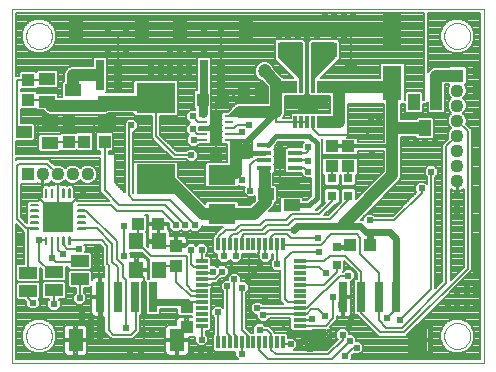
<source format=gtl>
G75*
%MOIN*%
%OFA0B0*%
%FSLAX24Y24*%
%IPPOS*%
%LPD*%
%AMOC8*
5,1,8,0,0,1.08239X$1,22.5*
%
%ADD10C,0.0000*%
%ADD11R,0.0433X0.0394*%
%ADD12R,0.0394X0.0433*%
%ADD13R,0.0630X0.1181*%
%ADD14R,0.0512X0.0748*%
%ADD15R,0.0276X0.1024*%
%ADD16R,0.0394X0.0551*%
%ADD17R,0.0551X0.0394*%
%ADD18R,0.0436X0.0436*%
%ADD19C,0.0436*%
%ADD20R,0.0600X0.0400*%
%ADD21R,0.0472X0.0512*%
%ADD22R,0.0906X0.0650*%
%ADD23R,0.0118X0.0394*%
%ADD24R,0.1417X0.0315*%
%ADD25C,0.0436*%
%ADD26R,0.1299X0.0984*%
%ADD27R,0.0433X0.0126*%
%ADD28R,0.0126X0.0433*%
%ADD29R,0.0315X0.0098*%
%ADD30R,0.0331X0.0945*%
%ADD31C,0.0357*%
%ADD32R,0.0480X0.0157*%
%ADD33R,0.0220X0.0846*%
%ADD34C,0.0068*%
%ADD35R,0.1024X0.1024*%
%ADD36R,0.0472X0.0551*%
%ADD37R,0.0591X0.0512*%
%ADD38R,0.0315X0.0315*%
%ADD39C,0.0080*%
%ADD40C,0.0240*%
%ADD41C,0.0079*%
%ADD42C,0.0591*%
%ADD43C,0.0157*%
%ADD44C,0.0118*%
%ADD45C,0.0394*%
%ADD46C,0.0240*%
%ADD47C,0.0111*%
%ADD48C,0.0120*%
%ADD49C,0.0236*%
%ADD50C,0.0472*%
%ADD51C,0.0512*%
%ADD52C,0.0315*%
%ADD53C,0.0276*%
%ADD54C,0.0160*%
D10*
X002071Y001060D02*
X002071Y012871D01*
X017819Y012871D01*
X017819Y001060D01*
X002071Y001060D01*
X002544Y001965D02*
X002546Y002006D01*
X002552Y002047D01*
X002562Y002087D01*
X002575Y002126D01*
X002592Y002163D01*
X002613Y002199D01*
X002637Y002233D01*
X002664Y002264D01*
X002693Y002292D01*
X002726Y002318D01*
X002760Y002340D01*
X002797Y002359D01*
X002835Y002374D01*
X002875Y002386D01*
X002915Y002394D01*
X002956Y002398D01*
X002998Y002398D01*
X003039Y002394D01*
X003079Y002386D01*
X003119Y002374D01*
X003157Y002359D01*
X003193Y002340D01*
X003228Y002318D01*
X003261Y002292D01*
X003290Y002264D01*
X003317Y002233D01*
X003341Y002199D01*
X003362Y002163D01*
X003379Y002126D01*
X003392Y002087D01*
X003402Y002047D01*
X003408Y002006D01*
X003410Y001965D01*
X003408Y001924D01*
X003402Y001883D01*
X003392Y001843D01*
X003379Y001804D01*
X003362Y001767D01*
X003341Y001731D01*
X003317Y001697D01*
X003290Y001666D01*
X003261Y001638D01*
X003228Y001612D01*
X003194Y001590D01*
X003157Y001571D01*
X003119Y001556D01*
X003079Y001544D01*
X003039Y001536D01*
X002998Y001532D01*
X002956Y001532D01*
X002915Y001536D01*
X002875Y001544D01*
X002835Y001556D01*
X002797Y001571D01*
X002761Y001590D01*
X002726Y001612D01*
X002693Y001638D01*
X002664Y001666D01*
X002637Y001697D01*
X002613Y001731D01*
X002592Y001767D01*
X002575Y001804D01*
X002562Y001843D01*
X002552Y001883D01*
X002546Y001924D01*
X002544Y001965D01*
X002544Y011965D02*
X002546Y012006D01*
X002552Y012047D01*
X002562Y012087D01*
X002575Y012126D01*
X002592Y012163D01*
X002613Y012199D01*
X002637Y012233D01*
X002664Y012264D01*
X002693Y012292D01*
X002726Y012318D01*
X002760Y012340D01*
X002797Y012359D01*
X002835Y012374D01*
X002875Y012386D01*
X002915Y012394D01*
X002956Y012398D01*
X002998Y012398D01*
X003039Y012394D01*
X003079Y012386D01*
X003119Y012374D01*
X003157Y012359D01*
X003193Y012340D01*
X003228Y012318D01*
X003261Y012292D01*
X003290Y012264D01*
X003317Y012233D01*
X003341Y012199D01*
X003362Y012163D01*
X003379Y012126D01*
X003392Y012087D01*
X003402Y012047D01*
X003408Y012006D01*
X003410Y011965D01*
X003408Y011924D01*
X003402Y011883D01*
X003392Y011843D01*
X003379Y011804D01*
X003362Y011767D01*
X003341Y011731D01*
X003317Y011697D01*
X003290Y011666D01*
X003261Y011638D01*
X003228Y011612D01*
X003194Y011590D01*
X003157Y011571D01*
X003119Y011556D01*
X003079Y011544D01*
X003039Y011536D01*
X002998Y011532D01*
X002956Y011532D01*
X002915Y011536D01*
X002875Y011544D01*
X002835Y011556D01*
X002797Y011571D01*
X002761Y011590D01*
X002726Y011612D01*
X002693Y011638D01*
X002664Y011666D01*
X002637Y011697D01*
X002613Y011731D01*
X002592Y011767D01*
X002575Y011804D01*
X002562Y011843D01*
X002552Y011883D01*
X002546Y011924D01*
X002544Y011965D01*
X016481Y011965D02*
X016483Y012006D01*
X016489Y012047D01*
X016499Y012087D01*
X016512Y012126D01*
X016529Y012163D01*
X016550Y012199D01*
X016574Y012233D01*
X016601Y012264D01*
X016630Y012292D01*
X016663Y012318D01*
X016697Y012340D01*
X016734Y012359D01*
X016772Y012374D01*
X016812Y012386D01*
X016852Y012394D01*
X016893Y012398D01*
X016935Y012398D01*
X016976Y012394D01*
X017016Y012386D01*
X017056Y012374D01*
X017094Y012359D01*
X017130Y012340D01*
X017165Y012318D01*
X017198Y012292D01*
X017227Y012264D01*
X017254Y012233D01*
X017278Y012199D01*
X017299Y012163D01*
X017316Y012126D01*
X017329Y012087D01*
X017339Y012047D01*
X017345Y012006D01*
X017347Y011965D01*
X017345Y011924D01*
X017339Y011883D01*
X017329Y011843D01*
X017316Y011804D01*
X017299Y011767D01*
X017278Y011731D01*
X017254Y011697D01*
X017227Y011666D01*
X017198Y011638D01*
X017165Y011612D01*
X017131Y011590D01*
X017094Y011571D01*
X017056Y011556D01*
X017016Y011544D01*
X016976Y011536D01*
X016935Y011532D01*
X016893Y011532D01*
X016852Y011536D01*
X016812Y011544D01*
X016772Y011556D01*
X016734Y011571D01*
X016698Y011590D01*
X016663Y011612D01*
X016630Y011638D01*
X016601Y011666D01*
X016574Y011697D01*
X016550Y011731D01*
X016529Y011767D01*
X016512Y011804D01*
X016499Y011843D01*
X016489Y011883D01*
X016483Y011924D01*
X016481Y011965D01*
X016481Y001965D02*
X016483Y002006D01*
X016489Y002047D01*
X016499Y002087D01*
X016512Y002126D01*
X016529Y002163D01*
X016550Y002199D01*
X016574Y002233D01*
X016601Y002264D01*
X016630Y002292D01*
X016663Y002318D01*
X016697Y002340D01*
X016734Y002359D01*
X016772Y002374D01*
X016812Y002386D01*
X016852Y002394D01*
X016893Y002398D01*
X016935Y002398D01*
X016976Y002394D01*
X017016Y002386D01*
X017056Y002374D01*
X017094Y002359D01*
X017130Y002340D01*
X017165Y002318D01*
X017198Y002292D01*
X017227Y002264D01*
X017254Y002233D01*
X017278Y002199D01*
X017299Y002163D01*
X017316Y002126D01*
X017329Y002087D01*
X017339Y002047D01*
X017345Y002006D01*
X017347Y001965D01*
X017345Y001924D01*
X017339Y001883D01*
X017329Y001843D01*
X017316Y001804D01*
X017299Y001767D01*
X017278Y001731D01*
X017254Y001697D01*
X017227Y001666D01*
X017198Y001638D01*
X017165Y001612D01*
X017131Y001590D01*
X017094Y001571D01*
X017056Y001556D01*
X017016Y001544D01*
X016976Y001536D01*
X016935Y001532D01*
X016893Y001532D01*
X016852Y001536D01*
X016812Y001544D01*
X016772Y001556D01*
X016734Y001571D01*
X016698Y001590D01*
X016663Y001612D01*
X016630Y001638D01*
X016601Y001666D01*
X016574Y001697D01*
X016550Y001731D01*
X016529Y001767D01*
X016512Y001804D01*
X016499Y001843D01*
X016489Y001883D01*
X016483Y001924D01*
X016481Y001965D01*
D11*
X013292Y007615D03*
X012740Y007615D03*
X012740Y008284D03*
X013292Y008284D03*
X013370Y010273D03*
X013370Y010942D03*
X010378Y010095D03*
X009827Y010095D03*
X009827Y009426D03*
X010378Y009426D03*
X007544Y004977D03*
X007544Y004308D03*
X007898Y002930D03*
X007898Y002261D03*
X003961Y008442D03*
X003961Y009111D03*
X002622Y009820D03*
X002622Y010489D03*
D12*
X004492Y008442D03*
X005162Y008442D03*
X008429Y009839D03*
X009099Y009839D03*
X008863Y007989D03*
X009532Y007989D03*
X006933Y005706D03*
X006264Y005706D03*
X013351Y004997D03*
X014020Y004997D03*
D13*
X014760Y010391D03*
X014760Y012123D03*
D14*
X009866Y012103D03*
X007662Y012103D03*
X006402Y012103D03*
X004197Y012103D03*
X004197Y001828D03*
X007583Y001828D03*
X012307Y001828D03*
X015693Y001828D03*
D15*
X014886Y003265D03*
X014296Y003265D03*
X013705Y003265D03*
X013114Y003265D03*
X006776Y003265D03*
X006185Y003265D03*
X005595Y003265D03*
X005004Y003265D03*
X005004Y010666D03*
X005595Y010666D03*
X008469Y010666D03*
X009059Y010666D03*
D16*
X015477Y009761D03*
X016225Y009761D03*
X015851Y008895D03*
D17*
X011402Y007064D03*
X010536Y006690D03*
X011402Y006316D03*
X004118Y010154D03*
X003252Y009780D03*
X003331Y009150D03*
X002465Y008776D03*
X003331Y008402D03*
X003252Y010528D03*
D18*
X002607Y007359D03*
X016914Y010645D03*
D19*
X016914Y010145D03*
X016914Y009645D03*
X016914Y009145D03*
X016914Y008645D03*
X016914Y008145D03*
X016914Y007645D03*
X016914Y007145D03*
X004607Y007359D03*
X004107Y007359D03*
X003607Y007359D03*
X003107Y007359D03*
D20*
X004335Y004470D03*
X004335Y003870D03*
X003479Y004086D03*
X003479Y003486D03*
X002622Y003476D03*
X002622Y004076D03*
D21*
X011166Y011493D03*
X012662Y011493D03*
D22*
X009079Y007339D03*
X009079Y006040D03*
D23*
X011520Y009091D03*
X011717Y009091D03*
X011914Y009091D03*
X012111Y009091D03*
X012307Y009091D03*
X012307Y010273D03*
X012111Y010273D03*
X011914Y010273D03*
X011717Y010273D03*
X011520Y010273D03*
D24*
X011914Y009682D03*
D25*
X012132Y009682D02*
X011696Y009682D01*
D26*
X006874Y009899D03*
X006874Y007182D03*
D27*
X008394Y004465D03*
X008394Y004269D03*
X008394Y004072D03*
X008394Y003875D03*
X008394Y003678D03*
X008394Y003481D03*
X008394Y003284D03*
X008394Y003087D03*
X008394Y002891D03*
X008394Y002694D03*
X008394Y002497D03*
X008394Y002300D03*
X011662Y002300D03*
X011662Y002497D03*
X011662Y002694D03*
X011662Y002891D03*
X011662Y003087D03*
X011662Y003284D03*
X011662Y003481D03*
X011662Y003678D03*
X011662Y003875D03*
X011662Y004072D03*
X011662Y004269D03*
X011662Y004465D03*
D28*
X011111Y005017D03*
X010914Y005017D03*
X010717Y005017D03*
X010520Y005017D03*
X010323Y005017D03*
X010126Y005017D03*
X009929Y005017D03*
X009733Y005017D03*
X009536Y005017D03*
X009339Y005017D03*
X009142Y005017D03*
X008945Y005017D03*
X008945Y001749D03*
X009142Y001749D03*
X009339Y001749D03*
X009536Y001749D03*
X009733Y001749D03*
X009929Y001749D03*
X010126Y001749D03*
X010323Y001749D03*
X010520Y001749D03*
X010717Y001749D03*
X010914Y001749D03*
X011111Y001749D03*
D29*
X009315Y008501D03*
X009315Y008698D03*
X009315Y008895D03*
X009315Y009091D03*
X009315Y009288D03*
X008449Y009288D03*
X008449Y009091D03*
X008449Y008895D03*
X008449Y008698D03*
X008449Y008501D03*
D30*
X008882Y008895D03*
D31*
X008882Y009073D02*
X008882Y008716D01*
X011008Y008128D02*
X011008Y007771D01*
D32*
X010492Y007822D03*
X010492Y008078D03*
X010492Y008334D03*
X011524Y008334D03*
X011524Y008078D03*
X011524Y007822D03*
X011524Y007566D03*
X010492Y007566D03*
D33*
X011008Y007950D03*
D34*
X004517Y006347D02*
X004271Y006347D01*
X004517Y006347D02*
X004517Y006325D01*
X004271Y006325D01*
X004271Y006347D01*
X004271Y006150D02*
X004517Y006150D01*
X004517Y006128D01*
X004271Y006128D01*
X004271Y006150D01*
X004271Y005953D02*
X004517Y005953D01*
X004517Y005931D01*
X004271Y005931D01*
X004271Y005953D01*
X004271Y005756D02*
X004517Y005756D01*
X004517Y005734D01*
X004271Y005734D01*
X004271Y005756D01*
X004271Y005559D02*
X004517Y005559D01*
X004517Y005537D01*
X004271Y005537D01*
X004271Y005559D01*
X004011Y005277D02*
X003989Y005277D01*
X004011Y005277D02*
X004011Y005031D01*
X003989Y005031D01*
X003989Y005277D01*
X003989Y005098D02*
X004011Y005098D01*
X004011Y005165D02*
X003989Y005165D01*
X003989Y005232D02*
X004011Y005232D01*
X003814Y005277D02*
X003792Y005277D01*
X003814Y005277D02*
X003814Y005031D01*
X003792Y005031D01*
X003792Y005277D01*
X003792Y005098D02*
X003814Y005098D01*
X003814Y005165D02*
X003792Y005165D01*
X003792Y005232D02*
X003814Y005232D01*
X003618Y005277D02*
X003596Y005277D01*
X003618Y005277D02*
X003618Y005031D01*
X003596Y005031D01*
X003596Y005277D01*
X003596Y005098D02*
X003618Y005098D01*
X003618Y005165D02*
X003596Y005165D01*
X003596Y005232D02*
X003618Y005232D01*
X003421Y005277D02*
X003399Y005277D01*
X003421Y005277D02*
X003421Y005031D01*
X003399Y005031D01*
X003399Y005277D01*
X003399Y005098D02*
X003421Y005098D01*
X003421Y005165D02*
X003399Y005165D01*
X003399Y005232D02*
X003421Y005232D01*
X003224Y005277D02*
X003202Y005277D01*
X003224Y005277D02*
X003224Y005031D01*
X003202Y005031D01*
X003202Y005277D01*
X003202Y005098D02*
X003224Y005098D01*
X003224Y005165D02*
X003202Y005165D01*
X003202Y005232D02*
X003224Y005232D01*
X002942Y005559D02*
X002696Y005559D01*
X002942Y005559D02*
X002942Y005537D01*
X002696Y005537D01*
X002696Y005559D01*
X002696Y005756D02*
X002942Y005756D01*
X002942Y005734D01*
X002696Y005734D01*
X002696Y005756D01*
X002696Y005953D02*
X002942Y005953D01*
X002942Y005931D01*
X002696Y005931D01*
X002696Y005953D01*
X002696Y006150D02*
X002942Y006150D01*
X002942Y006128D01*
X002696Y006128D01*
X002696Y006150D01*
X002696Y006347D02*
X002942Y006347D01*
X002942Y006325D01*
X002696Y006325D01*
X002696Y006347D01*
X003202Y006852D02*
X003224Y006852D01*
X003224Y006606D01*
X003202Y006606D01*
X003202Y006852D01*
X003202Y006673D02*
X003224Y006673D01*
X003224Y006740D02*
X003202Y006740D01*
X003202Y006807D02*
X003224Y006807D01*
X003399Y006852D02*
X003421Y006852D01*
X003421Y006606D01*
X003399Y006606D01*
X003399Y006852D01*
X003399Y006673D02*
X003421Y006673D01*
X003421Y006740D02*
X003399Y006740D01*
X003399Y006807D02*
X003421Y006807D01*
X003596Y006852D02*
X003618Y006852D01*
X003618Y006606D01*
X003596Y006606D01*
X003596Y006852D01*
X003596Y006673D02*
X003618Y006673D01*
X003618Y006740D02*
X003596Y006740D01*
X003596Y006807D02*
X003618Y006807D01*
X003792Y006852D02*
X003814Y006852D01*
X003814Y006606D01*
X003792Y006606D01*
X003792Y006852D01*
X003792Y006673D02*
X003814Y006673D01*
X003814Y006740D02*
X003792Y006740D01*
X003792Y006807D02*
X003814Y006807D01*
X003989Y006852D02*
X004011Y006852D01*
X004011Y006606D01*
X003989Y006606D01*
X003989Y006852D01*
X003989Y006673D02*
X004011Y006673D01*
X004011Y006740D02*
X003989Y006740D01*
X003989Y006807D02*
X004011Y006807D01*
D35*
X003607Y005942D03*
D36*
X006225Y005115D03*
X006973Y005115D03*
X006973Y004170D03*
X006225Y004170D03*
D37*
X005260Y009072D03*
X005260Y009741D03*
D38*
X012740Y007221D03*
X013292Y007221D03*
X013292Y006631D03*
X012740Y006631D03*
X012898Y004938D03*
X012898Y004347D03*
D39*
X012898Y004091D01*
X012485Y003678D01*
X011662Y003678D01*
X011026Y003650D02*
X009968Y003650D01*
X009968Y003671D02*
X009968Y003488D01*
X009888Y003408D01*
X009888Y002220D01*
X009987Y002121D01*
X010043Y002065D01*
X010125Y002065D01*
X010119Y002071D01*
X010119Y002253D01*
X010248Y002382D01*
X010430Y002382D01*
X010510Y002302D01*
X010633Y002302D01*
X010775Y002161D01*
X010857Y002079D01*
X010857Y002065D01*
X011215Y002065D01*
X011274Y002007D01*
X011274Y001910D01*
X011454Y001910D01*
X011583Y001781D01*
X011583Y001599D01*
X011475Y001491D01*
X011911Y001491D01*
X011911Y001788D01*
X012267Y001788D01*
X012267Y001868D01*
X011911Y001868D01*
X011911Y002137D01*
X011404Y002137D01*
X011345Y002196D01*
X011345Y002554D01*
X010667Y002554D01*
X010548Y002434D01*
X010366Y002434D01*
X010237Y002563D01*
X010237Y002671D01*
X010169Y002671D01*
X010040Y002800D01*
X010040Y002982D01*
X010169Y003111D01*
X010351Y003111D01*
X010431Y003031D01*
X011123Y003031D01*
X011108Y003046D01*
X011026Y003128D01*
X011026Y004168D01*
X011005Y004147D01*
X010823Y004147D01*
X010694Y004276D01*
X010694Y004458D01*
X010774Y004538D01*
X010774Y004700D01*
X010740Y004700D01*
X010740Y004532D01*
X010611Y004403D01*
X010429Y004403D01*
X010300Y004532D01*
X010300Y004660D01*
X010242Y004660D01*
X010206Y004670D01*
X010174Y004688D01*
X010162Y004700D01*
X009756Y004700D01*
X009756Y004532D01*
X009627Y004403D01*
X009445Y004403D01*
X009339Y004509D01*
X009233Y004403D01*
X009051Y004403D01*
X008922Y004532D01*
X008922Y004700D01*
X008841Y004700D01*
X008782Y004759D01*
X008782Y005275D01*
X008805Y005298D01*
X008805Y005315D01*
X009057Y005567D01*
X009096Y005606D01*
X008431Y005606D01*
X008394Y005643D01*
X008394Y005575D01*
X008265Y005446D01*
X008082Y005446D01*
X008016Y005513D01*
X007950Y005446D01*
X007767Y005446D01*
X007701Y005513D01*
X007635Y005446D01*
X007452Y005446D01*
X007324Y005575D01*
X007324Y005688D01*
X007266Y005746D01*
X006973Y005746D01*
X006973Y005666D01*
X006973Y005349D01*
X007013Y005349D01*
X007013Y005155D01*
X006933Y005155D01*
X006933Y005531D01*
X006893Y005531D01*
X006893Y005666D01*
X006597Y005666D01*
X006597Y005471D01*
X006605Y005440D01*
X006597Y005409D01*
X006597Y005155D01*
X006933Y005155D01*
X006933Y005075D01*
X006597Y005075D01*
X006597Y004941D01*
X006561Y004977D01*
X006561Y005432D01*
X006553Y005440D01*
X006561Y005448D01*
X006561Y005964D01*
X006525Y005999D01*
X006619Y005999D01*
X006606Y005976D01*
X006597Y005941D01*
X006597Y005746D01*
X006893Y005746D01*
X006893Y005666D01*
X006973Y005666D01*
X007270Y005666D01*
X007270Y005517D01*
X007295Y005503D01*
X007321Y005477D01*
X007339Y005445D01*
X007349Y005409D01*
X007349Y005314D01*
X007504Y005314D01*
X007504Y005017D01*
X007584Y005017D01*
X007900Y005017D01*
X007900Y005193D01*
X007891Y005228D01*
X007872Y005260D01*
X007846Y005286D01*
X007814Y005305D01*
X007779Y005314D01*
X007584Y005314D01*
X007584Y005017D01*
X007584Y004937D01*
X007842Y004937D01*
X007964Y005059D01*
X008147Y005059D01*
X008225Y004981D01*
X008303Y005059D01*
X008485Y005059D01*
X008614Y004931D01*
X008614Y004748D01*
X008534Y004668D01*
X008534Y004628D01*
X008652Y004628D01*
X008711Y004570D01*
X008711Y004331D01*
X008855Y004331D01*
X008922Y004265D01*
X008988Y004331D01*
X009170Y004331D01*
X009299Y004202D01*
X009299Y004020D01*
X009170Y003891D01*
X009057Y003891D01*
X008983Y003817D01*
X008901Y003735D01*
X008751Y003735D01*
X008751Y003678D01*
X008394Y003678D01*
X008394Y003678D01*
X008981Y003678D01*
X009512Y004210D01*
X009355Y004367D01*
X009079Y004367D01*
X009018Y004435D02*
X008711Y004435D01*
X008711Y004357D02*
X010694Y004357D01*
X010694Y004435D02*
X010644Y004435D01*
X010722Y004514D02*
X010749Y004514D01*
X010740Y004592D02*
X010774Y004592D01*
X010774Y004671D02*
X010740Y004671D01*
X010520Y004623D02*
X010520Y005017D01*
X010717Y005017D02*
X010717Y005257D01*
X010811Y005351D01*
X011244Y005351D01*
X011363Y005233D01*
X012268Y005233D01*
X012363Y005013D02*
X011111Y005013D01*
X011111Y005017D01*
X010914Y005017D02*
X010914Y004367D01*
X010694Y004278D02*
X009223Y004278D01*
X009299Y004200D02*
X010770Y004200D01*
X011026Y004121D02*
X009299Y004121D01*
X009299Y004043D02*
X009369Y004043D01*
X009401Y004075D02*
X009272Y003946D01*
X009272Y003839D01*
X009165Y003839D01*
X009036Y003710D01*
X009036Y003528D01*
X009116Y003448D01*
X009116Y002893D01*
X009036Y002973D01*
X008854Y002973D01*
X008725Y002844D01*
X008725Y002662D01*
X008805Y002582D01*
X008805Y002030D01*
X008782Y002007D01*
X008782Y001491D01*
X008841Y001432D01*
X009513Y001432D01*
X009513Y001284D01*
X009596Y001200D01*
X002211Y001200D01*
X002211Y005683D01*
X002404Y005490D01*
X002482Y005411D01*
X002482Y004376D01*
X002281Y004376D01*
X002222Y004318D01*
X002222Y003835D01*
X002281Y003776D01*
X002222Y003718D01*
X002222Y003235D01*
X002281Y003176D01*
X002482Y003176D01*
X002482Y003167D01*
X002560Y003090D01*
X002560Y002977D01*
X002689Y002848D01*
X002871Y002848D01*
X003000Y002977D01*
X003000Y003159D01*
X002973Y003186D01*
X003022Y003235D01*
X003022Y003718D01*
X002964Y003776D01*
X002281Y003776D01*
X002964Y003776D01*
X003022Y003835D01*
X003022Y004236D01*
X003079Y004180D01*
X003079Y003845D01*
X003137Y003786D01*
X003079Y003728D01*
X003079Y003245D01*
X003137Y003186D01*
X003325Y003186D01*
X003259Y003120D01*
X003259Y002937D01*
X003388Y002808D01*
X003570Y002808D01*
X003699Y002937D01*
X003699Y003120D01*
X003632Y003186D01*
X003820Y003186D01*
X003879Y003245D01*
X003879Y003728D01*
X003820Y003786D01*
X003137Y003786D01*
X003820Y003786D01*
X003879Y003845D01*
X003879Y004281D01*
X003935Y004281D01*
X003935Y004229D01*
X003994Y004170D01*
X003935Y004112D01*
X003935Y003629D01*
X003994Y003570D01*
X004195Y003570D01*
X004195Y003396D01*
X004115Y003316D01*
X004115Y003134D01*
X004244Y003005D01*
X004426Y003005D01*
X004555Y003134D01*
X004555Y003316D01*
X004475Y003396D01*
X004475Y003570D01*
X004676Y003570D01*
X004726Y003620D01*
X004726Y003294D01*
X004975Y003294D01*
X004975Y003916D01*
X004848Y003916D01*
X004812Y003907D01*
X004780Y003888D01*
X004754Y003862D01*
X004736Y003830D01*
X004735Y003827D01*
X004735Y004112D01*
X004676Y004170D01*
X003994Y004170D01*
X004676Y004170D01*
X004735Y004229D01*
X004735Y004712D01*
X004676Y004770D01*
X004518Y004770D01*
X004535Y004788D01*
X004535Y004970D01*
X004491Y005014D01*
X005005Y005014D01*
X005120Y004900D01*
X005120Y004309D01*
X005160Y004270D01*
X005160Y003916D01*
X005033Y003916D01*
X005033Y003294D01*
X004975Y003294D01*
X004975Y003236D01*
X004726Y003236D01*
X004726Y002734D01*
X004736Y002699D01*
X004754Y002667D01*
X004780Y002641D01*
X004812Y002622D01*
X004848Y002613D01*
X004975Y002613D01*
X004975Y003236D01*
X005033Y003236D01*
X005033Y002613D01*
X005160Y002613D01*
X005160Y002104D01*
X005317Y001947D01*
X005399Y001865D01*
X006106Y001865D01*
X006263Y002022D01*
X006345Y002104D01*
X006345Y002653D01*
X006365Y002653D01*
X006423Y002711D01*
X006423Y003755D01*
X006479Y003755D01*
X006515Y003764D01*
X006538Y003777D01*
X006538Y002711D01*
X006597Y002653D01*
X006955Y002653D01*
X007014Y002711D01*
X007014Y002867D01*
X007581Y002867D01*
X007581Y002692D01*
X007640Y002633D01*
X008077Y002633D01*
X008077Y002598D01*
X007938Y002598D01*
X007938Y002301D01*
X007938Y002301D01*
X007925Y002314D01*
X007893Y002332D01*
X007858Y002341D01*
X007858Y002598D01*
X007663Y002598D01*
X007627Y002588D01*
X007595Y002570D01*
X007569Y002544D01*
X007551Y002512D01*
X007541Y002476D01*
X007541Y002342D01*
X007309Y002342D01*
X007273Y002332D01*
X007241Y002314D01*
X007215Y002288D01*
X007197Y002256D01*
X007187Y002220D01*
X007187Y001868D01*
X007543Y001868D01*
X007543Y001788D01*
X007187Y001788D01*
X007187Y001435D01*
X007197Y001400D01*
X007215Y001368D01*
X007241Y001342D01*
X007273Y001323D01*
X007309Y001314D01*
X007543Y001314D01*
X007543Y001788D01*
X007623Y001788D01*
X007623Y001868D01*
X007979Y001868D01*
X007979Y001924D01*
X008133Y001924D01*
X008169Y001933D01*
X008174Y001937D01*
X008174Y001756D01*
X008303Y001627D01*
X008485Y001627D01*
X008614Y001756D01*
X008614Y001938D01*
X008533Y002019D01*
X008533Y002137D01*
X008652Y002137D01*
X008711Y002196D01*
X008711Y003517D01*
X008723Y003529D01*
X008741Y003561D01*
X008751Y003597D01*
X008751Y003678D01*
X008394Y003678D01*
X008394Y003875D02*
X008843Y003875D01*
X009079Y004111D01*
X009244Y003964D02*
X009291Y003964D01*
X009272Y003886D02*
X009052Y003886D01*
X008973Y003807D02*
X009134Y003807D01*
X009055Y003729D02*
X008751Y003729D01*
X008751Y003650D02*
X009036Y003650D01*
X009036Y003572D02*
X008744Y003572D01*
X008711Y003493D02*
X009071Y003493D01*
X009116Y003415D02*
X008711Y003415D01*
X008711Y003336D02*
X009116Y003336D01*
X009116Y003258D02*
X008711Y003258D01*
X008711Y003179D02*
X009116Y003179D01*
X009116Y003101D02*
X008711Y003101D01*
X008711Y003022D02*
X009116Y003022D01*
X009116Y002944D02*
X009065Y002944D01*
X008945Y002753D02*
X008945Y001749D01*
X008782Y001766D02*
X008614Y001766D01*
X008614Y001845D02*
X008782Y001845D01*
X008782Y001923D02*
X008614Y001923D01*
X008551Y002002D02*
X008782Y002002D01*
X008805Y002080D02*
X008533Y002080D01*
X008674Y002159D02*
X008805Y002159D01*
X008805Y002237D02*
X008711Y002237D01*
X008711Y002316D02*
X008805Y002316D01*
X008805Y002394D02*
X008711Y002394D01*
X008711Y002473D02*
X008805Y002473D01*
X008805Y002551D02*
X008711Y002551D01*
X008711Y002630D02*
X008757Y002630D01*
X008725Y002708D02*
X008711Y002708D01*
X008711Y002787D02*
X008725Y002787D01*
X008711Y002865D02*
X008747Y002865D01*
X008711Y002944D02*
X008825Y002944D01*
X008394Y003087D02*
X007918Y003087D01*
X007898Y003068D01*
X007898Y002930D01*
X007581Y002865D02*
X007014Y002865D01*
X007014Y002787D02*
X007581Y002787D01*
X007581Y002708D02*
X007011Y002708D01*
X007245Y002316D02*
X006345Y002316D01*
X006345Y002394D02*
X007541Y002394D01*
X007541Y002473D02*
X006345Y002473D01*
X006345Y002551D02*
X007577Y002551D01*
X007858Y002551D02*
X007938Y002551D01*
X007938Y002473D02*
X007858Y002473D01*
X007858Y002394D02*
X007938Y002394D01*
X007938Y002316D02*
X007921Y002316D01*
X008077Y002630D02*
X006345Y002630D01*
X006420Y002708D02*
X006541Y002708D01*
X006538Y002787D02*
X006423Y002787D01*
X006423Y002865D02*
X006538Y002865D01*
X006538Y002944D02*
X006423Y002944D01*
X006423Y003022D02*
X006538Y003022D01*
X006538Y003101D02*
X006423Y003101D01*
X006423Y003179D02*
X006538Y003179D01*
X006538Y003258D02*
X006423Y003258D01*
X006423Y003336D02*
X006538Y003336D01*
X006538Y003415D02*
X006423Y003415D01*
X006423Y003493D02*
X006538Y003493D01*
X006538Y003572D02*
X006423Y003572D01*
X006423Y003650D02*
X006538Y003650D01*
X006538Y003729D02*
X006423Y003729D01*
X006481Y003914D02*
X006481Y001828D01*
X007583Y001828D01*
X007623Y001845D02*
X008174Y001845D01*
X008174Y001923D02*
X007979Y001923D01*
X007979Y001788D02*
X007623Y001788D01*
X007623Y001314D01*
X007857Y001314D01*
X007893Y001323D01*
X007925Y001342D01*
X007951Y001368D01*
X007969Y001400D01*
X007979Y001435D01*
X007979Y001788D01*
X007979Y001766D02*
X008174Y001766D01*
X008242Y001688D02*
X007979Y001688D01*
X007979Y001609D02*
X008782Y001609D01*
X008782Y001531D02*
X007979Y001531D01*
X007979Y001452D02*
X008821Y001452D01*
X008782Y001688D02*
X008546Y001688D01*
X007955Y001374D02*
X009513Y001374D01*
X009513Y001295D02*
X002211Y001295D01*
X002211Y001217D02*
X009579Y001217D01*
X009733Y001375D02*
X009733Y001749D01*
X009536Y001749D02*
X009536Y001981D01*
X009492Y002024D01*
X009492Y003855D01*
X009712Y003886D02*
X011026Y003886D01*
X011026Y003964D02*
X009694Y003964D01*
X009712Y003946D02*
X009584Y004075D01*
X009401Y004075D01*
X009512Y004210D02*
X009985Y004210D01*
X009985Y004643D01*
X010201Y004643D01*
X010323Y004765D01*
X010323Y005017D01*
X010323Y004737D01*
X010323Y004737D01*
X010323Y005017D01*
X010323Y005017D01*
X010323Y004985D02*
X010323Y004985D01*
X010323Y004906D02*
X010323Y004906D01*
X010323Y004828D02*
X010323Y004828D01*
X010323Y004749D02*
X010323Y004749D01*
X010204Y004671D02*
X009756Y004671D01*
X009756Y004592D02*
X010300Y004592D01*
X010318Y004514D02*
X009738Y004514D01*
X009659Y004435D02*
X010396Y004435D01*
X009985Y004210D02*
X009985Y002792D01*
X010378Y002399D01*
X011008Y002399D01*
X011559Y001847D01*
X012288Y001847D01*
X012307Y001828D01*
X012267Y001845D02*
X011519Y001845D01*
X011583Y001766D02*
X011911Y001766D01*
X011911Y001688D02*
X011583Y001688D01*
X011583Y001609D02*
X011911Y001609D01*
X011911Y001531D02*
X011515Y001531D01*
X011363Y001690D02*
X011111Y001690D01*
X011111Y001749D01*
X011274Y001923D02*
X011911Y001923D01*
X011911Y002002D02*
X011274Y002002D01*
X011382Y002159D02*
X010776Y002159D01*
X010698Y002237D02*
X011345Y002237D01*
X011345Y002316D02*
X010496Y002316D01*
X010587Y002473D02*
X011345Y002473D01*
X011345Y002551D02*
X010665Y002551D01*
X010496Y002694D02*
X010457Y002654D01*
X010496Y002694D02*
X011662Y002694D01*
X011898Y002694D01*
X012055Y002851D01*
X012268Y002851D01*
X012504Y002615D01*
X012780Y002556D02*
X012528Y002304D01*
X011662Y002304D01*
X011662Y002300D01*
X011911Y002080D02*
X010855Y002080D01*
X010717Y002021D02*
X010717Y001749D01*
X010717Y001509D01*
X010874Y001351D01*
X012622Y001351D01*
X013095Y001824D01*
X013095Y002005D01*
X013252Y002159D02*
X014081Y002159D01*
X014003Y002237D02*
X012699Y002237D01*
X012703Y002220D02*
X012694Y002256D01*
X012688Y002266D01*
X012920Y002498D01*
X012920Y002624D01*
X012923Y002622D01*
X012958Y002613D01*
X013086Y002613D01*
X013086Y003236D01*
X013143Y003236D01*
X013143Y002613D01*
X013271Y002613D01*
X013306Y002622D01*
X013338Y002641D01*
X013364Y002667D01*
X013383Y002699D01*
X013392Y002734D01*
X013392Y003236D01*
X013143Y003236D01*
X013143Y003294D01*
X013392Y003294D01*
X013392Y003763D01*
X013512Y003882D01*
X013512Y004064D01*
X013383Y004193D01*
X013201Y004193D01*
X013121Y004113D01*
X013120Y004113D01*
X013155Y004148D01*
X013155Y004463D01*
X013565Y004053D01*
X013565Y003876D01*
X013526Y003876D01*
X013467Y003818D01*
X013467Y002711D01*
X013526Y002653D01*
X013587Y002653D01*
X013647Y002593D01*
X014297Y001944D01*
X015200Y001944D01*
X015282Y002026D01*
X015297Y002042D01*
X015297Y001868D01*
X015653Y001868D01*
X015653Y002342D01*
X015597Y002342D01*
X017407Y004152D01*
X017407Y008848D01*
X017326Y008930D01*
X017215Y009040D01*
X017232Y009081D01*
X017232Y009208D01*
X017183Y009325D01*
X017114Y009395D01*
X017183Y009464D01*
X017232Y009581D01*
X017232Y009708D01*
X017183Y009825D01*
X017114Y009895D01*
X017183Y009964D01*
X017232Y010081D01*
X017232Y010208D01*
X017183Y010325D01*
X017177Y010331D01*
X017232Y010385D01*
X017232Y010904D01*
X017173Y010963D01*
X016654Y010963D01*
X016633Y010941D01*
X016166Y010941D01*
X016057Y010896D01*
X015973Y010813D01*
X015951Y010759D01*
X015951Y012731D01*
X017679Y012731D01*
X017679Y001200D01*
X013388Y001200D01*
X013394Y001205D01*
X013394Y001318D01*
X013452Y001376D01*
X013476Y001352D01*
X013658Y001352D01*
X013787Y001481D01*
X013787Y001663D01*
X013658Y001792D01*
X013551Y001792D01*
X013551Y001895D01*
X013422Y002024D01*
X013315Y002024D01*
X013315Y002096D01*
X013186Y002225D01*
X013004Y002225D01*
X012875Y002096D01*
X012875Y001914D01*
X012931Y001858D01*
X012703Y001630D01*
X012703Y001788D01*
X012347Y001788D01*
X012347Y001868D01*
X012703Y001868D01*
X012703Y002220D01*
X012703Y002159D02*
X012938Y002159D01*
X012875Y002080D02*
X012703Y002080D01*
X012703Y002002D02*
X012875Y002002D01*
X012875Y001923D02*
X012703Y001923D01*
X012703Y001766D02*
X012840Y001766D01*
X012918Y001845D02*
X012347Y001845D01*
X012703Y001688D02*
X012761Y001688D01*
X012737Y001210D02*
X013331Y001804D01*
X013523Y001923D02*
X015297Y001923D01*
X015297Y002002D02*
X015258Y002002D01*
X015282Y002026D02*
X015282Y002026D01*
X015142Y002084D02*
X014355Y002084D01*
X013705Y002733D01*
X013705Y003265D01*
X013705Y004111D01*
X013174Y004643D01*
X012662Y004643D01*
X012485Y004465D01*
X011662Y004465D01*
X011662Y004269D02*
X012327Y004269D01*
X012544Y004052D01*
X013016Y003973D02*
X013292Y003973D01*
X013512Y003964D02*
X013565Y003964D01*
X013565Y003886D02*
X013512Y003886D01*
X013467Y003807D02*
X013437Y003807D01*
X013467Y003729D02*
X013392Y003729D01*
X013392Y003650D02*
X013467Y003650D01*
X013467Y003572D02*
X013392Y003572D01*
X013392Y003493D02*
X013467Y003493D01*
X013467Y003415D02*
X013392Y003415D01*
X013392Y003336D02*
X013467Y003336D01*
X013467Y003258D02*
X013143Y003258D01*
X013143Y003179D02*
X013086Y003179D01*
X013086Y003101D02*
X013143Y003101D01*
X013143Y003022D02*
X013086Y003022D01*
X013086Y002944D02*
X013143Y002944D01*
X013143Y002865D02*
X013086Y002865D01*
X013086Y002787D02*
X013143Y002787D01*
X013143Y002708D02*
X013086Y002708D01*
X013086Y002630D02*
X013143Y002630D01*
X013319Y002630D02*
X013610Y002630D01*
X013689Y002551D02*
X012920Y002551D01*
X012895Y002473D02*
X013767Y002473D01*
X013846Y002394D02*
X012816Y002394D01*
X012738Y002316D02*
X013924Y002316D01*
X014160Y002080D02*
X013315Y002080D01*
X013444Y002002D02*
X014238Y002002D01*
X014551Y002241D02*
X014296Y002497D01*
X014296Y003265D01*
X014296Y004072D01*
X013685Y004682D01*
X013685Y005233D01*
X013567Y005351D01*
X012701Y005351D01*
X012363Y005013D01*
X012307Y004761D02*
X011402Y004761D01*
X011166Y004524D01*
X011166Y003186D01*
X011264Y003087D01*
X011662Y003087D01*
X011662Y002891D02*
X011894Y002891D01*
X012504Y003501D01*
X012544Y003501D01*
X013016Y003973D01*
X013128Y004121D02*
X013129Y004121D01*
X013155Y004200D02*
X013418Y004200D01*
X013455Y004121D02*
X013497Y004121D01*
X013512Y004043D02*
X013565Y004043D01*
X013340Y004278D02*
X013155Y004278D01*
X013155Y004357D02*
X013261Y004357D01*
X013183Y004435D02*
X013155Y004435D01*
X013292Y004938D02*
X013351Y004997D01*
X013055Y005627D02*
X013134Y005706D01*
X012662Y005863D02*
X011481Y005863D01*
X011284Y005666D01*
X010575Y005666D01*
X010418Y005509D01*
X009748Y005509D01*
X009591Y005351D01*
X009433Y005351D01*
X009339Y005257D01*
X009339Y005017D01*
X009536Y005017D02*
X009536Y004623D01*
X009412Y004435D02*
X009266Y004435D01*
X009142Y004623D02*
X009142Y005017D01*
X008945Y005017D02*
X008945Y005257D01*
X009197Y005509D01*
X009512Y005509D01*
X009670Y005666D01*
X010339Y005666D01*
X010496Y005824D01*
X011209Y005824D01*
X011402Y006017D01*
X012307Y006017D01*
X012740Y006450D01*
X012740Y006631D01*
X012740Y006493D01*
X012862Y006373D02*
X012798Y006310D01*
X012492Y006003D01*
X012604Y006003D01*
X013034Y006434D01*
X013034Y006830D01*
X013093Y006888D01*
X013491Y006888D01*
X013549Y006830D01*
X013549Y006540D01*
X014463Y007455D01*
X014463Y008124D01*
X013608Y008124D01*
X013608Y008046D01*
X013550Y007987D01*
X013034Y007987D01*
X013016Y008005D01*
X012998Y007987D01*
X012483Y007987D01*
X012424Y008046D01*
X012424Y008519D01*
X012407Y008519D01*
X012407Y006357D01*
X012207Y006157D01*
X012249Y006157D01*
X012504Y006411D01*
X012483Y006432D01*
X012483Y006830D01*
X012542Y006888D01*
X012939Y006888D01*
X012998Y006830D01*
X012998Y006432D01*
X012939Y006373D01*
X012862Y006373D01*
X012808Y006319D02*
X012920Y006319D01*
X012964Y006398D02*
X012999Y006398D01*
X012998Y006476D02*
X013034Y006476D01*
X013034Y006555D02*
X012998Y006555D01*
X012998Y006633D02*
X013034Y006633D01*
X013034Y006712D02*
X012998Y006712D01*
X012998Y006790D02*
X013034Y006790D01*
X013073Y006869D02*
X012959Y006869D01*
X012939Y006964D02*
X012998Y007022D01*
X012998Y007318D01*
X012998Y007318D01*
X013016Y007336D01*
X013034Y007318D01*
X013034Y007022D01*
X013093Y006964D01*
X013491Y006964D01*
X013549Y007022D01*
X013549Y007318D01*
X013550Y007318D01*
X013608Y007377D01*
X013608Y007853D01*
X013550Y007912D01*
X013034Y007912D01*
X013016Y007894D01*
X012998Y007912D01*
X012483Y007912D01*
X012424Y007853D01*
X012424Y007377D01*
X012483Y007318D01*
X012483Y007022D01*
X012542Y006964D01*
X012939Y006964D01*
X012998Y007026D02*
X013034Y007026D01*
X013034Y007104D02*
X012998Y007104D01*
X012998Y007183D02*
X013034Y007183D01*
X013034Y007261D02*
X012998Y007261D01*
X013034Y007318D02*
X013034Y007318D01*
X013292Y007221D02*
X013292Y007615D01*
X013608Y007654D02*
X014463Y007654D01*
X014463Y007732D02*
X013608Y007732D01*
X013608Y007811D02*
X014463Y007811D01*
X014463Y007889D02*
X013572Y007889D01*
X013608Y008046D02*
X014463Y008046D01*
X014463Y007968D02*
X012407Y007968D01*
X012407Y008046D02*
X012424Y008046D01*
X012424Y008125D02*
X012407Y008125D01*
X012407Y008203D02*
X012424Y008203D01*
X012424Y008282D02*
X012407Y008282D01*
X012407Y008360D02*
X012424Y008360D01*
X012424Y008439D02*
X012407Y008439D01*
X012407Y008517D02*
X012424Y008517D01*
X012307Y008658D02*
X013882Y008658D01*
X014079Y008855D01*
X014463Y008831D02*
X013274Y008831D01*
X013274Y008753D02*
X014463Y008753D01*
X014463Y008674D02*
X013274Y008674D01*
X013274Y008601D02*
X013274Y009032D01*
X013274Y009700D01*
X014463Y009700D01*
X014463Y008444D01*
X013608Y008444D01*
X013608Y008523D01*
X013550Y008581D01*
X013254Y008581D01*
X013274Y008601D01*
X013269Y008596D02*
X014463Y008596D01*
X014463Y008517D02*
X013608Y008517D01*
X013292Y008284D02*
X012740Y008284D01*
X012307Y008658D02*
X012111Y008855D01*
X012111Y009091D01*
X012307Y009091D02*
X013095Y009091D01*
X013274Y009067D02*
X014463Y009067D01*
X014463Y009145D02*
X013274Y009145D01*
X013274Y009224D02*
X014463Y009224D01*
X014463Y009302D02*
X013274Y009302D01*
X013274Y009381D02*
X014463Y009381D01*
X014463Y009459D02*
X013274Y009459D01*
X013274Y009538D02*
X014463Y009538D01*
X014463Y009616D02*
X013274Y009616D01*
X013274Y009695D02*
X014463Y009695D01*
X015057Y009695D02*
X015180Y009695D01*
X015180Y009700D02*
X015180Y009444D01*
X015238Y009385D01*
X015715Y009385D01*
X015774Y009444D01*
X015774Y009700D01*
X015869Y009700D01*
X015928Y009759D01*
X015928Y009444D01*
X015986Y009385D01*
X016463Y009385D01*
X016522Y009444D01*
X016522Y010348D01*
X016633Y010348D01*
X016650Y010331D01*
X016644Y010325D01*
X016596Y010208D01*
X016596Y010081D01*
X016644Y009964D01*
X016714Y009895D01*
X016644Y009825D01*
X016596Y009708D01*
X016596Y009581D01*
X016644Y009464D01*
X016714Y009395D01*
X016644Y009325D01*
X016596Y009208D01*
X016596Y009081D01*
X016644Y008964D01*
X016714Y008895D01*
X016644Y008825D01*
X016596Y008708D01*
X016596Y008581D01*
X016612Y008540D01*
X016502Y008430D01*
X016420Y008348D01*
X016420Y003795D01*
X016187Y003562D01*
X016187Y007266D01*
X016268Y007347D01*
X016268Y007529D01*
X016139Y007658D01*
X015956Y007658D01*
X015828Y007529D01*
X015828Y007347D01*
X015908Y007266D01*
X015908Y007022D01*
X015824Y007107D01*
X015641Y007107D01*
X015513Y006978D01*
X015513Y006796D01*
X015557Y006751D01*
X014769Y005964D01*
X014171Y005964D01*
X014091Y006044D01*
X013909Y006044D01*
X013780Y005915D01*
X013780Y005843D01*
X013776Y005847D01*
X013695Y005847D01*
X015012Y007163D01*
X015057Y007273D01*
X015057Y008598D01*
X015554Y008598D01*
X015554Y008578D01*
X015612Y008519D01*
X016089Y008519D01*
X016148Y008578D01*
X016148Y009212D01*
X016089Y009270D01*
X015612Y009270D01*
X015554Y009212D01*
X015554Y009191D01*
X015057Y009191D01*
X015057Y009700D01*
X015180Y009700D01*
X015180Y009616D02*
X015057Y009616D01*
X015057Y009538D02*
X015180Y009538D01*
X015180Y009459D02*
X015057Y009459D01*
X015057Y009381D02*
X016700Y009381D01*
X016649Y009459D02*
X016522Y009459D01*
X016522Y009538D02*
X016614Y009538D01*
X016596Y009616D02*
X016522Y009616D01*
X016522Y009695D02*
X016596Y009695D01*
X016623Y009773D02*
X016522Y009773D01*
X016522Y009852D02*
X016671Y009852D01*
X016678Y009930D02*
X016522Y009930D01*
X016522Y010009D02*
X016626Y010009D01*
X016596Y010087D02*
X016522Y010087D01*
X016522Y010166D02*
X016596Y010166D01*
X016611Y010244D02*
X016522Y010244D01*
X016522Y010323D02*
X016643Y010323D01*
X017184Y010323D02*
X017679Y010323D01*
X017679Y010401D02*
X017232Y010401D01*
X017232Y010480D02*
X017679Y010480D01*
X017679Y010558D02*
X017232Y010558D01*
X017232Y010637D02*
X017679Y010637D01*
X017679Y010715D02*
X017232Y010715D01*
X017232Y010794D02*
X017679Y010794D01*
X017679Y010872D02*
X017232Y010872D01*
X017185Y010951D02*
X017679Y010951D01*
X017679Y011029D02*
X015951Y011029D01*
X015951Y010951D02*
X016642Y010951D01*
X016800Y011392D02*
X017028Y011392D01*
X017238Y011480D01*
X017400Y011641D01*
X017487Y011851D01*
X017487Y012079D01*
X017400Y012290D01*
X017238Y012451D01*
X017028Y012539D01*
X016800Y012539D01*
X016589Y012451D01*
X016428Y012290D01*
X016341Y012079D01*
X016341Y011851D01*
X016428Y011641D01*
X016589Y011480D01*
X016800Y011392D01*
X016728Y011422D02*
X015951Y011422D01*
X015951Y011500D02*
X016568Y011500D01*
X016490Y011579D02*
X015951Y011579D01*
X015951Y011657D02*
X016421Y011657D01*
X016388Y011736D02*
X015951Y011736D01*
X015951Y011814D02*
X016356Y011814D01*
X016341Y011893D02*
X015951Y011893D01*
X015951Y011971D02*
X016341Y011971D01*
X016341Y012050D02*
X015951Y012050D01*
X015951Y012128D02*
X016361Y012128D01*
X016393Y012207D02*
X015951Y012207D01*
X015951Y012285D02*
X016426Y012285D01*
X016502Y012364D02*
X015951Y012364D01*
X015951Y012442D02*
X016580Y012442D01*
X016757Y012521D02*
X015951Y012521D01*
X015951Y012599D02*
X017679Y012599D01*
X017679Y012521D02*
X017070Y012521D01*
X017247Y012442D02*
X017679Y012442D01*
X017679Y012364D02*
X017326Y012364D01*
X017401Y012285D02*
X017679Y012285D01*
X017679Y012207D02*
X017434Y012207D01*
X017466Y012128D02*
X017679Y012128D01*
X017679Y012050D02*
X017487Y012050D01*
X017487Y011971D02*
X017679Y011971D01*
X017679Y011893D02*
X017487Y011893D01*
X017471Y011814D02*
X017679Y011814D01*
X017679Y011736D02*
X017439Y011736D01*
X017406Y011657D02*
X017679Y011657D01*
X017679Y011579D02*
X017338Y011579D01*
X017259Y011500D02*
X017679Y011500D01*
X017679Y011422D02*
X017099Y011422D01*
X017679Y011343D02*
X015951Y011343D01*
X015951Y011265D02*
X017679Y011265D01*
X017679Y011186D02*
X015951Y011186D01*
X015951Y011108D02*
X017679Y011108D01*
X017679Y010244D02*
X017217Y010244D01*
X017232Y010166D02*
X017679Y010166D01*
X017679Y010087D02*
X017232Y010087D01*
X017202Y010009D02*
X017679Y010009D01*
X017679Y009930D02*
X017149Y009930D01*
X017156Y009852D02*
X017679Y009852D01*
X017679Y009773D02*
X017205Y009773D01*
X017232Y009695D02*
X017679Y009695D01*
X017679Y009616D02*
X017232Y009616D01*
X017214Y009538D02*
X017679Y009538D01*
X017679Y009459D02*
X017178Y009459D01*
X017127Y009381D02*
X017679Y009381D01*
X017679Y009302D02*
X017193Y009302D01*
X017225Y009224D02*
X017679Y009224D01*
X017679Y009145D02*
X017232Y009145D01*
X017226Y009067D02*
X017679Y009067D01*
X017679Y008988D02*
X017267Y008988D01*
X017345Y008910D02*
X017679Y008910D01*
X017679Y008831D02*
X017407Y008831D01*
X017407Y008753D02*
X017679Y008753D01*
X017679Y008674D02*
X017407Y008674D01*
X017407Y008596D02*
X017679Y008596D01*
X017679Y008517D02*
X017407Y008517D01*
X017407Y008439D02*
X017679Y008439D01*
X017679Y008360D02*
X017407Y008360D01*
X017407Y008282D02*
X017679Y008282D01*
X017679Y008203D02*
X017407Y008203D01*
X017407Y008125D02*
X017679Y008125D01*
X017679Y008046D02*
X017407Y008046D01*
X017407Y007968D02*
X017679Y007968D01*
X017679Y007889D02*
X017407Y007889D01*
X017407Y007811D02*
X017679Y007811D01*
X017679Y007732D02*
X017407Y007732D01*
X017407Y007654D02*
X017679Y007654D01*
X017679Y007575D02*
X017407Y007575D01*
X017407Y007497D02*
X017679Y007497D01*
X017679Y007418D02*
X017407Y007418D01*
X017407Y007340D02*
X017679Y007340D01*
X017679Y007261D02*
X017407Y007261D01*
X017407Y007183D02*
X017679Y007183D01*
X017679Y007104D02*
X017407Y007104D01*
X017407Y007026D02*
X017679Y007026D01*
X017679Y006947D02*
X017407Y006947D01*
X017407Y006869D02*
X017679Y006869D01*
X017679Y006790D02*
X017407Y006790D01*
X017407Y006712D02*
X017679Y006712D01*
X017679Y006633D02*
X017407Y006633D01*
X017407Y006555D02*
X017679Y006555D01*
X017679Y006476D02*
X017407Y006476D01*
X017407Y006398D02*
X017679Y006398D01*
X017679Y006319D02*
X017407Y006319D01*
X017407Y006241D02*
X017679Y006241D01*
X017679Y006162D02*
X017407Y006162D01*
X017407Y006084D02*
X017679Y006084D01*
X017679Y006005D02*
X017407Y006005D01*
X017407Y005927D02*
X017679Y005927D01*
X017679Y005848D02*
X017407Y005848D01*
X017407Y005770D02*
X017679Y005770D01*
X017679Y005691D02*
X017407Y005691D01*
X017407Y005613D02*
X017679Y005613D01*
X017679Y005534D02*
X017407Y005534D01*
X017407Y005456D02*
X017679Y005456D01*
X017679Y005377D02*
X017407Y005377D01*
X017407Y005299D02*
X017679Y005299D01*
X017679Y005220D02*
X017407Y005220D01*
X017407Y005142D02*
X017679Y005142D01*
X017679Y005063D02*
X017407Y005063D01*
X017407Y004985D02*
X017679Y004985D01*
X017679Y004906D02*
X017407Y004906D01*
X017407Y004828D02*
X017679Y004828D01*
X017679Y004749D02*
X017407Y004749D01*
X017407Y004671D02*
X017679Y004671D01*
X017679Y004592D02*
X017407Y004592D01*
X017407Y004514D02*
X017679Y004514D01*
X017679Y004435D02*
X017407Y004435D01*
X017407Y004357D02*
X017679Y004357D01*
X017679Y004278D02*
X017407Y004278D01*
X017407Y004200D02*
X017679Y004200D01*
X017679Y004121D02*
X017377Y004121D01*
X017299Y004043D02*
X017679Y004043D01*
X017679Y003964D02*
X017220Y003964D01*
X017142Y003886D02*
X017679Y003886D01*
X017679Y003807D02*
X017063Y003807D01*
X016985Y003729D02*
X017679Y003729D01*
X017679Y003650D02*
X016906Y003650D01*
X016828Y003572D02*
X017679Y003572D01*
X017679Y003493D02*
X016749Y003493D01*
X016671Y003415D02*
X017679Y003415D01*
X017679Y003336D02*
X016592Y003336D01*
X016514Y003258D02*
X017679Y003258D01*
X017679Y003179D02*
X016435Y003179D01*
X016357Y003101D02*
X017679Y003101D01*
X017679Y003022D02*
X016278Y003022D01*
X016200Y002944D02*
X017679Y002944D01*
X017679Y002865D02*
X016121Y002865D01*
X016043Y002787D02*
X017679Y002787D01*
X017679Y002708D02*
X015964Y002708D01*
X015886Y002630D02*
X017679Y002630D01*
X017679Y002551D02*
X015807Y002551D01*
X015729Y002473D02*
X016641Y002473D01*
X016589Y002451D02*
X016428Y002290D01*
X016341Y002079D01*
X016341Y001851D01*
X016428Y001641D01*
X016589Y001480D01*
X016800Y001392D01*
X017028Y001392D01*
X017238Y001480D01*
X017400Y001641D01*
X017487Y001851D01*
X017487Y002079D01*
X017400Y002290D01*
X017238Y002451D01*
X017028Y002539D01*
X016800Y002539D01*
X016589Y002451D01*
X016532Y002394D02*
X015650Y002394D01*
X015653Y002316D02*
X015733Y002316D01*
X015733Y002342D02*
X015733Y001868D01*
X015653Y001868D01*
X015653Y001788D01*
X015297Y001788D01*
X015297Y001435D01*
X015307Y001400D01*
X015325Y001368D01*
X015351Y001342D01*
X015383Y001323D01*
X015419Y001314D01*
X015653Y001314D01*
X015653Y001788D01*
X015733Y001788D01*
X015733Y001868D01*
X016089Y001868D01*
X016089Y002220D01*
X016080Y002256D01*
X016061Y002288D01*
X016035Y002314D01*
X016003Y002332D01*
X015968Y002342D01*
X015733Y002342D01*
X015733Y002237D02*
X015653Y002237D01*
X015653Y002159D02*
X015733Y002159D01*
X015733Y002080D02*
X015653Y002080D01*
X015653Y002002D02*
X015733Y002002D01*
X015733Y001923D02*
X015653Y001923D01*
X015693Y001887D02*
X015693Y001828D01*
X015692Y001826D01*
X015692Y001809D01*
X015693Y001828D02*
X015693Y001788D01*
X015733Y001788D02*
X015733Y001314D01*
X015968Y001314D01*
X016003Y001323D01*
X016035Y001342D01*
X016061Y001368D01*
X016080Y001400D01*
X016089Y001435D01*
X016089Y001788D01*
X015733Y001788D01*
X015733Y001766D02*
X015653Y001766D01*
X015653Y001688D02*
X015733Y001688D01*
X015733Y001609D02*
X015653Y001609D01*
X015653Y001531D02*
X015733Y001531D01*
X015733Y001452D02*
X015653Y001452D01*
X015653Y001374D02*
X015733Y001374D01*
X016065Y001374D02*
X017679Y001374D01*
X017679Y001452D02*
X017173Y001452D01*
X017290Y001531D02*
X017679Y001531D01*
X017679Y001609D02*
X017368Y001609D01*
X017419Y001688D02*
X017679Y001688D01*
X017679Y001766D02*
X017452Y001766D01*
X017484Y001845D02*
X017679Y001845D01*
X017679Y001923D02*
X017487Y001923D01*
X017487Y002002D02*
X017679Y002002D01*
X017679Y002080D02*
X017486Y002080D01*
X017454Y002159D02*
X017679Y002159D01*
X017679Y002237D02*
X017421Y002237D01*
X017374Y002316D02*
X017679Y002316D01*
X017679Y002394D02*
X017295Y002394D01*
X017186Y002473D02*
X017679Y002473D01*
X016454Y002316D02*
X016031Y002316D01*
X016084Y002237D02*
X016406Y002237D01*
X016374Y002159D02*
X016089Y002159D01*
X016089Y002080D02*
X016341Y002080D01*
X016341Y002002D02*
X016089Y002002D01*
X016089Y001923D02*
X016341Y001923D01*
X016343Y001845D02*
X015733Y001845D01*
X015653Y001845D02*
X013551Y001845D01*
X013684Y001766D02*
X015297Y001766D01*
X015297Y001688D02*
X013762Y001688D01*
X013787Y001609D02*
X015297Y001609D01*
X015297Y001531D02*
X013787Y001531D01*
X013759Y001452D02*
X015297Y001452D01*
X015322Y001374D02*
X013681Y001374D01*
X013454Y001374D02*
X013449Y001374D01*
X013394Y001295D02*
X017679Y001295D01*
X017679Y001217D02*
X013394Y001217D01*
X013174Y001296D02*
X013449Y001572D01*
X013567Y001572D01*
X012737Y001210D02*
X010622Y001210D01*
X010323Y001509D01*
X010323Y001749D01*
X010323Y001587D01*
X009929Y001749D02*
X009929Y001981D01*
X009748Y002162D01*
X009748Y003580D01*
X009910Y003729D02*
X011026Y003729D01*
X011026Y003807D02*
X009712Y003807D01*
X009712Y003800D02*
X009712Y003946D01*
X009616Y004043D02*
X011026Y004043D01*
X011026Y003572D02*
X009968Y003572D01*
X009968Y003493D02*
X011026Y003493D01*
X011026Y003415D02*
X009895Y003415D01*
X009888Y003336D02*
X011026Y003336D01*
X011026Y003258D02*
X009888Y003258D01*
X009888Y003179D02*
X011026Y003179D01*
X011053Y003101D02*
X010361Y003101D01*
X010159Y003101D02*
X009888Y003101D01*
X009888Y003022D02*
X010081Y003022D01*
X010040Y002944D02*
X009888Y002944D01*
X009888Y002865D02*
X010040Y002865D01*
X010053Y002787D02*
X009888Y002787D01*
X009888Y002708D02*
X010131Y002708D01*
X010237Y002630D02*
X009888Y002630D01*
X009888Y002551D02*
X010249Y002551D01*
X010327Y002473D02*
X009888Y002473D01*
X009888Y002394D02*
X011345Y002394D01*
X011662Y002497D02*
X012020Y002497D01*
X012063Y002540D01*
X011662Y002891D02*
X010260Y002891D01*
X010181Y002316D02*
X009888Y002316D01*
X009888Y002237D02*
X010119Y002237D01*
X010119Y002159D02*
X009950Y002159D01*
X010028Y002080D02*
X010119Y002080D01*
X010339Y002162D02*
X010575Y002162D01*
X010717Y002021D01*
X009339Y001981D02*
X009339Y001749D01*
X009339Y001981D02*
X009256Y002064D01*
X009256Y003619D01*
X009712Y003800D02*
X009839Y003800D01*
X009968Y003671D01*
X008935Y004278D02*
X008908Y004278D01*
X008764Y004111D02*
X008725Y004072D01*
X008394Y004072D01*
X008394Y004269D02*
X008154Y004269D01*
X008055Y004367D01*
X008055Y004839D01*
X007890Y004985D02*
X007584Y004985D01*
X007544Y004977D02*
X007544Y005115D01*
X007504Y005142D02*
X007584Y005142D01*
X007584Y005220D02*
X007504Y005220D01*
X007504Y005299D02*
X007584Y005299D01*
X007644Y005456D02*
X007758Y005456D01*
X007824Y005299D02*
X008805Y005299D01*
X008782Y005220D02*
X007893Y005220D01*
X007900Y005142D02*
X008782Y005142D01*
X008782Y005063D02*
X007900Y005063D01*
X007584Y005063D02*
X007504Y005063D01*
X007544Y004977D02*
X007111Y004977D01*
X006973Y005115D01*
X006933Y005154D01*
X006933Y005706D01*
X006893Y005691D02*
X006561Y005691D01*
X006561Y005613D02*
X006597Y005613D01*
X006597Y005534D02*
X006561Y005534D01*
X006561Y005456D02*
X006600Y005456D01*
X006597Y005377D02*
X006561Y005377D01*
X006561Y005299D02*
X006597Y005299D01*
X006597Y005220D02*
X006561Y005220D01*
X006561Y005142D02*
X006933Y005142D01*
X006933Y005220D02*
X007013Y005220D01*
X007013Y005299D02*
X006933Y005299D01*
X006933Y005377D02*
X006973Y005377D01*
X006973Y005456D02*
X006933Y005456D01*
X006893Y005534D02*
X006973Y005534D01*
X006973Y005613D02*
X006893Y005613D01*
X006973Y005691D02*
X007320Y005691D01*
X007324Y005613D02*
X007270Y005613D01*
X007270Y005534D02*
X007364Y005534D01*
X007333Y005456D02*
X007443Y005456D01*
X007349Y005377D02*
X008868Y005377D01*
X008946Y005456D02*
X008274Y005456D01*
X008353Y005534D02*
X009025Y005534D01*
X009733Y005257D02*
X009733Y005017D01*
X009733Y005257D02*
X009827Y005351D01*
X010496Y005351D01*
X010654Y005509D01*
X011461Y005509D01*
X012213Y006162D02*
X012255Y006162D01*
X012292Y006241D02*
X012334Y006241D01*
X012370Y006319D02*
X012412Y006319D01*
X012407Y006398D02*
X012491Y006398D01*
X012483Y006476D02*
X012407Y006476D01*
X012407Y006555D02*
X012483Y006555D01*
X012483Y006633D02*
X012407Y006633D01*
X012407Y006712D02*
X012483Y006712D01*
X012483Y006790D02*
X012407Y006790D01*
X012407Y006869D02*
X012522Y006869D01*
X012407Y006947D02*
X013956Y006947D01*
X013878Y006869D02*
X013510Y006869D01*
X013549Y006790D02*
X013799Y006790D01*
X013721Y006712D02*
X013549Y006712D01*
X013549Y006633D02*
X013642Y006633D01*
X013564Y006555D02*
X013549Y006555D01*
X013292Y006493D02*
X012662Y005863D01*
X012606Y006005D02*
X012494Y006005D01*
X012573Y006084D02*
X012685Y006084D01*
X012651Y006162D02*
X012763Y006162D01*
X012730Y006241D02*
X012842Y006241D01*
X013292Y006493D02*
X013292Y006631D01*
X013549Y007026D02*
X014035Y007026D01*
X014113Y007104D02*
X013549Y007104D01*
X013549Y007183D02*
X014192Y007183D01*
X014270Y007261D02*
X013549Y007261D01*
X013571Y007340D02*
X014349Y007340D01*
X014427Y007418D02*
X013608Y007418D01*
X013608Y007497D02*
X014463Y007497D01*
X014463Y007575D02*
X013608Y007575D01*
X012740Y007615D02*
X012740Y007221D01*
X012483Y007183D02*
X012407Y007183D01*
X012407Y007261D02*
X012483Y007261D01*
X012483Y007318D02*
X012483Y007318D01*
X012461Y007340D02*
X012407Y007340D01*
X012407Y007418D02*
X012424Y007418D01*
X012424Y007497D02*
X012407Y007497D01*
X012407Y007575D02*
X012424Y007575D01*
X012424Y007654D02*
X012407Y007654D01*
X012407Y007732D02*
X012424Y007732D01*
X012424Y007811D02*
X012407Y007811D01*
X012407Y007889D02*
X012460Y007889D01*
X012483Y007104D02*
X012407Y007104D01*
X012407Y007026D02*
X012483Y007026D01*
X013854Y006005D02*
X013871Y006005D01*
X013932Y006084D02*
X014889Y006084D01*
X014811Y006005D02*
X014130Y006005D01*
X014011Y006162D02*
X014968Y006162D01*
X015046Y006241D02*
X014089Y006241D01*
X014168Y006319D02*
X015125Y006319D01*
X015203Y006398D02*
X014246Y006398D01*
X014325Y006476D02*
X015282Y006476D01*
X015360Y006555D02*
X014403Y006555D01*
X014482Y006633D02*
X015439Y006633D01*
X015517Y006712D02*
X014560Y006712D01*
X014639Y006790D02*
X015518Y006790D01*
X015513Y006869D02*
X014717Y006869D01*
X014796Y006947D02*
X015513Y006947D01*
X015561Y007026D02*
X014874Y007026D01*
X014953Y007104D02*
X015639Y007104D01*
X015826Y007104D02*
X015908Y007104D01*
X015904Y007026D02*
X015908Y007026D01*
X015908Y007183D02*
X015020Y007183D01*
X015052Y007261D02*
X015908Y007261D01*
X015834Y007340D02*
X015057Y007340D01*
X015057Y007418D02*
X015828Y007418D01*
X015828Y007497D02*
X015057Y007497D01*
X015057Y007575D02*
X015874Y007575D01*
X015952Y007654D02*
X015057Y007654D01*
X015057Y007732D02*
X016420Y007732D01*
X016420Y007654D02*
X016143Y007654D01*
X016221Y007575D02*
X016420Y007575D01*
X016420Y007497D02*
X016268Y007497D01*
X016268Y007418D02*
X016420Y007418D01*
X016420Y007340D02*
X016261Y007340D01*
X016187Y007261D02*
X016420Y007261D01*
X016420Y007183D02*
X016187Y007183D01*
X016187Y007104D02*
X016420Y007104D01*
X016420Y007026D02*
X016187Y007026D01*
X016187Y006947D02*
X016420Y006947D01*
X016420Y006869D02*
X016187Y006869D01*
X016187Y006790D02*
X016420Y006790D01*
X016420Y006712D02*
X016187Y006712D01*
X016187Y006633D02*
X016420Y006633D01*
X016420Y006555D02*
X016187Y006555D01*
X016187Y006476D02*
X016420Y006476D01*
X016420Y006398D02*
X016187Y006398D01*
X016187Y006319D02*
X016420Y006319D01*
X016420Y006241D02*
X016187Y006241D01*
X016187Y006162D02*
X016420Y006162D01*
X016420Y006084D02*
X016187Y006084D01*
X016187Y006005D02*
X016420Y006005D01*
X016420Y005927D02*
X016187Y005927D01*
X016187Y005848D02*
X016420Y005848D01*
X016420Y005770D02*
X016187Y005770D01*
X016187Y005691D02*
X016420Y005691D01*
X016420Y005613D02*
X016187Y005613D01*
X016187Y005534D02*
X016420Y005534D01*
X016420Y005456D02*
X016187Y005456D01*
X016187Y005377D02*
X016420Y005377D01*
X016420Y005299D02*
X016187Y005299D01*
X016187Y005220D02*
X016420Y005220D01*
X016420Y005142D02*
X016187Y005142D01*
X016187Y005063D02*
X016420Y005063D01*
X016420Y004985D02*
X016187Y004985D01*
X016187Y004906D02*
X016420Y004906D01*
X016420Y004828D02*
X016187Y004828D01*
X016187Y004749D02*
X016420Y004749D01*
X016420Y004671D02*
X016187Y004671D01*
X016187Y004592D02*
X016420Y004592D01*
X016420Y004514D02*
X016187Y004514D01*
X016187Y004435D02*
X016420Y004435D01*
X016420Y004357D02*
X016187Y004357D01*
X016187Y004278D02*
X016420Y004278D01*
X016420Y004200D02*
X016187Y004200D01*
X016187Y004121D02*
X016420Y004121D01*
X016420Y004043D02*
X016187Y004043D01*
X016187Y003964D02*
X016420Y003964D01*
X016420Y003886D02*
X016187Y003886D01*
X016187Y003807D02*
X016420Y003807D01*
X016354Y003729D02*
X016187Y003729D01*
X016187Y003650D02*
X016276Y003650D01*
X016197Y003572D02*
X016187Y003572D01*
X016699Y003837D02*
X016699Y006858D01*
X016744Y006827D01*
X016809Y006800D01*
X016878Y006786D01*
X016895Y006786D01*
X016895Y007126D01*
X016933Y007126D01*
X016933Y006786D01*
X016949Y006786D01*
X017018Y006800D01*
X017083Y006827D01*
X017129Y006858D01*
X017129Y004267D01*
X016699Y003837D01*
X016699Y003886D02*
X016747Y003886D01*
X016699Y003964D02*
X016826Y003964D01*
X016904Y004043D02*
X016699Y004043D01*
X016699Y004121D02*
X016983Y004121D01*
X017061Y004200D02*
X016699Y004200D01*
X016699Y004278D02*
X017129Y004278D01*
X017129Y004357D02*
X016699Y004357D01*
X016699Y004435D02*
X017129Y004435D01*
X017129Y004514D02*
X016699Y004514D01*
X016699Y004592D02*
X017129Y004592D01*
X017129Y004671D02*
X016699Y004671D01*
X016699Y004749D02*
X017129Y004749D01*
X017129Y004828D02*
X016699Y004828D01*
X016699Y004906D02*
X017129Y004906D01*
X017129Y004985D02*
X016699Y004985D01*
X016699Y005063D02*
X017129Y005063D01*
X017129Y005142D02*
X016699Y005142D01*
X016699Y005220D02*
X017129Y005220D01*
X017129Y005299D02*
X016699Y005299D01*
X016699Y005377D02*
X017129Y005377D01*
X017129Y005456D02*
X016699Y005456D01*
X016699Y005534D02*
X017129Y005534D01*
X017129Y005613D02*
X016699Y005613D01*
X016699Y005691D02*
X017129Y005691D01*
X017129Y005770D02*
X016699Y005770D01*
X016699Y005848D02*
X017129Y005848D01*
X017129Y005927D02*
X016699Y005927D01*
X016699Y006005D02*
X017129Y006005D01*
X017129Y006084D02*
X016699Y006084D01*
X016699Y006162D02*
X017129Y006162D01*
X017129Y006241D02*
X016699Y006241D01*
X016699Y006319D02*
X017129Y006319D01*
X017129Y006398D02*
X016699Y006398D01*
X016699Y006476D02*
X017129Y006476D01*
X017129Y006555D02*
X016699Y006555D01*
X016699Y006633D02*
X017129Y006633D01*
X017129Y006712D02*
X016699Y006712D01*
X016699Y006790D02*
X016858Y006790D01*
X016895Y006790D02*
X016933Y006790D01*
X016969Y006790D02*
X017129Y006790D01*
X016933Y006869D02*
X016895Y006869D01*
X016895Y006947D02*
X016933Y006947D01*
X016933Y007026D02*
X016895Y007026D01*
X016895Y007104D02*
X016933Y007104D01*
X016420Y007811D02*
X015057Y007811D01*
X015057Y007889D02*
X016420Y007889D01*
X016420Y007968D02*
X015057Y007968D01*
X015057Y008046D02*
X016420Y008046D01*
X016420Y008125D02*
X015057Y008125D01*
X015057Y008203D02*
X016420Y008203D01*
X016420Y008282D02*
X015057Y008282D01*
X015057Y008360D02*
X016432Y008360D01*
X016511Y008439D02*
X015057Y008439D01*
X015057Y008517D02*
X016589Y008517D01*
X016596Y008596D02*
X016148Y008596D01*
X016148Y008674D02*
X016596Y008674D01*
X016614Y008753D02*
X016148Y008753D01*
X016148Y008831D02*
X016651Y008831D01*
X016698Y008910D02*
X016148Y008910D01*
X016148Y008988D02*
X016634Y008988D01*
X016602Y009067D02*
X016148Y009067D01*
X016148Y009145D02*
X016596Y009145D01*
X016602Y009224D02*
X016135Y009224D01*
X015928Y009459D02*
X015774Y009459D01*
X015774Y009538D02*
X015928Y009538D01*
X015928Y009616D02*
X015774Y009616D01*
X015774Y009695D02*
X015928Y009695D01*
X015566Y009224D02*
X015057Y009224D01*
X015057Y009302D02*
X016635Y009302D01*
X015554Y008596D02*
X015057Y008596D01*
X014760Y008343D02*
X014701Y008284D01*
X014760Y008895D02*
X014760Y009091D01*
X014463Y008988D02*
X013274Y008988D01*
X013274Y008910D02*
X014463Y008910D01*
X012977Y009773D02*
X012977Y009800D01*
X012465Y010273D02*
X012307Y010273D01*
X012150Y010548D02*
X012150Y010587D01*
X012111Y010587D01*
X012150Y010548D02*
X012859Y011257D01*
X013370Y010942D02*
X013370Y012123D01*
X014760Y012123D01*
X015951Y012678D02*
X017679Y012678D01*
X016033Y010872D02*
X015951Y010872D01*
X015951Y010794D02*
X015965Y010794D01*
X013370Y012123D02*
X009689Y012123D01*
X009670Y012103D01*
X009866Y012103D01*
X009670Y012103D02*
X009059Y012103D01*
X010969Y011257D02*
X011677Y010548D01*
X011677Y010587D01*
X011717Y010587D01*
X011914Y010273D02*
X011914Y009682D01*
X011914Y009091D02*
X011717Y009091D01*
X011520Y009091D01*
X010890Y009091D01*
X010890Y009426D01*
X011363Y009091D02*
X011520Y009091D01*
X012307Y009091D02*
X012465Y009091D01*
X011520Y010273D02*
X011363Y010273D01*
X010378Y010095D02*
X009827Y010095D01*
X009807Y010076D01*
X009551Y010076D01*
X009315Y009839D01*
X009099Y009839D01*
X008882Y009839D01*
X008882Y008895D01*
X008449Y008895D01*
X008449Y008698D02*
X008252Y008698D01*
X008095Y008855D01*
X008292Y009091D02*
X008095Y009288D01*
X008292Y009091D02*
X008449Y009091D01*
X008449Y009288D02*
X008449Y009406D01*
X008429Y009839D02*
X008449Y009839D01*
X008429Y009839D02*
X008469Y009879D01*
X009099Y009839D02*
X009099Y010666D01*
X009059Y010666D01*
X008469Y010666D02*
X008429Y010666D01*
X006874Y009899D02*
X006717Y009741D01*
X006874Y009899D02*
X006874Y008619D01*
X007504Y007989D01*
X008055Y007989D01*
X008134Y008501D02*
X008449Y008501D01*
X008882Y008895D02*
X008882Y008009D01*
X008863Y007989D01*
X009355Y008501D02*
X009532Y008324D01*
X009355Y008501D02*
X009315Y008501D01*
X009807Y008501D01*
X009886Y008422D01*
X009670Y008698D02*
X009748Y008776D01*
X009670Y008698D02*
X009315Y008698D01*
X009315Y008895D02*
X009473Y008895D01*
X009591Y009013D01*
X009985Y009013D01*
X009827Y009426D02*
X009807Y009446D01*
X009611Y009446D01*
X009591Y009446D01*
X009433Y009288D01*
X009315Y009288D01*
X010378Y009426D02*
X010398Y009426D01*
X009620Y008078D02*
X009603Y008076D01*
X009586Y008071D01*
X009571Y008063D01*
X009557Y008052D01*
X009546Y008038D01*
X009538Y008023D01*
X009533Y008006D01*
X009531Y007989D01*
X010024Y007674D02*
X010024Y006808D01*
X009758Y007162D02*
X009551Y007369D01*
X009532Y007389D01*
X009109Y007369D02*
X009079Y007339D01*
X010024Y007674D02*
X010172Y007822D01*
X010492Y007822D01*
X010492Y007566D02*
X010496Y007566D01*
X010496Y007320D01*
X010477Y006749D02*
X010536Y006690D01*
X010496Y006729D01*
X010496Y006733D01*
X008423Y005613D02*
X008394Y005613D01*
X008174Y005666D02*
X007347Y006493D01*
X006126Y006493D01*
X005969Y006650D01*
X005969Y008904D01*
X006048Y008983D01*
X005260Y009072D02*
X004847Y009072D01*
X004839Y009070D01*
X004833Y009066D01*
X004829Y009060D01*
X004827Y009052D01*
X004827Y008068D01*
X002937Y008068D01*
X002937Y009150D01*
X003331Y009150D01*
X003331Y009111D01*
X003961Y009111D01*
X003390Y009643D02*
X003252Y009780D01*
X003213Y009820D01*
X002622Y009820D01*
X003174Y009839D02*
X003233Y009780D01*
X003252Y009780D01*
X003233Y010509D02*
X002819Y010509D01*
X002800Y010489D01*
X002622Y010489D01*
X002229Y010489D01*
X002229Y008776D01*
X002465Y008776D01*
X003331Y008442D02*
X003331Y008402D01*
X003331Y008442D02*
X003961Y008442D01*
X004492Y008442D01*
X005162Y008442D02*
X005162Y006828D01*
X005654Y006336D01*
X007189Y006336D01*
X007859Y005666D01*
X007959Y005456D02*
X008073Y005456D01*
X007544Y005666D02*
X007071Y006139D01*
X006597Y005927D02*
X006561Y005927D01*
X006561Y005848D02*
X006597Y005848D01*
X006597Y005770D02*
X006561Y005770D01*
X006264Y005706D02*
X006264Y005154D01*
X006225Y005115D01*
X006697Y004643D01*
X007898Y004643D01*
X007898Y003658D01*
X008075Y003481D01*
X008394Y003481D01*
X008394Y003284D02*
X008036Y003284D01*
X007544Y003776D01*
X007544Y004308D01*
X007111Y004308D01*
X006973Y004170D01*
X006637Y004200D02*
X006265Y004200D01*
X006265Y004210D02*
X006265Y004130D01*
X006601Y004130D01*
X006601Y003876D01*
X006637Y003876D01*
X006637Y004487D01*
X006652Y004503D01*
X006639Y004503D01*
X006557Y004585D01*
X006557Y004585D01*
X006402Y004739D01*
X006026Y004739D01*
X006031Y004734D01*
X006031Y004586D01*
X006185Y004586D01*
X006185Y004210D01*
X006265Y004210D01*
X006601Y004210D01*
X006601Y004464D01*
X006591Y004500D01*
X006573Y004532D01*
X006547Y004558D01*
X006515Y004576D01*
X006479Y004586D01*
X006265Y004586D01*
X006265Y004210D01*
X006225Y004170D02*
X006481Y003914D01*
X006601Y003886D02*
X006637Y003886D01*
X006637Y003964D02*
X006601Y003964D01*
X006601Y004043D02*
X006637Y004043D01*
X006637Y004121D02*
X006601Y004121D01*
X006601Y004278D02*
X006637Y004278D01*
X006637Y004357D02*
X006601Y004357D01*
X006601Y004435D02*
X006637Y004435D01*
X006628Y004514D02*
X006583Y004514D01*
X006549Y004592D02*
X006031Y004592D01*
X006031Y004671D02*
X006471Y004671D01*
X006265Y004514D02*
X006185Y004514D01*
X006185Y004435D02*
X006265Y004435D01*
X006265Y004357D02*
X006185Y004357D01*
X006185Y004278D02*
X006265Y004278D01*
X005811Y004643D02*
X005811Y005627D01*
X005418Y005036D02*
X005418Y004446D01*
X005595Y004269D01*
X005595Y003265D01*
X005033Y003336D02*
X004975Y003336D01*
X004992Y003265D02*
X005004Y003265D01*
X005004Y002812D01*
X005063Y002753D01*
X005063Y001828D01*
X005262Y002002D02*
X004593Y002002D01*
X004593Y002080D02*
X005183Y002080D01*
X005160Y002159D02*
X004593Y002159D01*
X004593Y002220D02*
X004584Y002256D01*
X004565Y002288D01*
X004539Y002314D01*
X004507Y002332D01*
X004471Y002342D01*
X004237Y002342D01*
X004237Y001868D01*
X004157Y001868D01*
X004157Y002342D01*
X003923Y002342D01*
X003887Y002332D01*
X003855Y002314D01*
X003829Y002288D01*
X003811Y002256D01*
X003801Y002220D01*
X003801Y001868D01*
X004157Y001868D01*
X004157Y001788D01*
X003801Y001788D01*
X003801Y001435D01*
X003811Y001400D01*
X003829Y001368D01*
X003855Y001342D01*
X003887Y001323D01*
X003923Y001314D01*
X004157Y001314D01*
X004157Y001788D01*
X004237Y001788D01*
X004237Y001868D01*
X004593Y001868D01*
X004593Y002220D01*
X004588Y002237D02*
X005160Y002237D01*
X005160Y002316D02*
X004535Y002316D01*
X004237Y002316D02*
X004157Y002316D01*
X004157Y002237D02*
X004237Y002237D01*
X004237Y002159D02*
X004157Y002159D01*
X004157Y002080D02*
X004237Y002080D01*
X004237Y002002D02*
X004157Y002002D01*
X004157Y001923D02*
X004237Y001923D01*
X004237Y001845D02*
X007543Y001845D01*
X007543Y001766D02*
X007623Y001766D01*
X007623Y001688D02*
X007543Y001688D01*
X007543Y001609D02*
X007623Y001609D01*
X007623Y001531D02*
X007543Y001531D01*
X007543Y001452D02*
X007623Y001452D01*
X007623Y001374D02*
X007543Y001374D01*
X007211Y001374D02*
X004569Y001374D01*
X004565Y001368D02*
X004584Y001400D01*
X004593Y001435D01*
X004593Y001788D01*
X004237Y001788D01*
X004237Y001314D01*
X004471Y001314D01*
X004507Y001323D01*
X004539Y001342D01*
X004565Y001368D01*
X004593Y001452D02*
X007187Y001452D01*
X007187Y001531D02*
X004593Y001531D01*
X004593Y001609D02*
X007187Y001609D01*
X007187Y001688D02*
X004593Y001688D01*
X004593Y001766D02*
X007187Y001766D01*
X007187Y001923D02*
X006164Y001923D01*
X006243Y002002D02*
X007187Y002002D01*
X007187Y002080D02*
X006321Y002080D01*
X006345Y002159D02*
X007187Y002159D01*
X007192Y002237D02*
X006345Y002237D01*
X006205Y002162D02*
X006205Y003245D01*
X006185Y003265D01*
X006776Y003265D02*
X006776Y003087D01*
X006776Y003265D02*
X006776Y003383D01*
X005300Y004328D02*
X005260Y004367D01*
X005260Y004958D01*
X005063Y005154D01*
X004000Y005154D01*
X003803Y005154D02*
X003803Y004997D01*
X003922Y004879D01*
X004315Y004879D01*
X004535Y004906D02*
X005113Y004906D01*
X005120Y004828D02*
X004535Y004828D01*
X004520Y004985D02*
X005035Y004985D01*
X005120Y004749D02*
X004697Y004749D01*
X004735Y004671D02*
X005120Y004671D01*
X005120Y004592D02*
X004735Y004592D01*
X004735Y004514D02*
X005120Y004514D01*
X005120Y004435D02*
X004735Y004435D01*
X004735Y004357D02*
X005120Y004357D01*
X005151Y004278D02*
X004735Y004278D01*
X004706Y004200D02*
X005160Y004200D01*
X005160Y004121D02*
X004725Y004121D01*
X004735Y004043D02*
X005160Y004043D01*
X005160Y003964D02*
X004735Y003964D01*
X004735Y003886D02*
X004778Y003886D01*
X004975Y003886D02*
X005033Y003886D01*
X005033Y003807D02*
X004975Y003807D01*
X004975Y003729D02*
X005033Y003729D01*
X005033Y003650D02*
X004975Y003650D01*
X004975Y003572D02*
X005033Y003572D01*
X005033Y003493D02*
X004975Y003493D01*
X004975Y003415D02*
X005033Y003415D01*
X004992Y003265D02*
X004992Y004367D01*
X004906Y004367D01*
X004906Y004643D01*
X005300Y004328D02*
X005300Y002162D01*
X005457Y002005D01*
X006048Y002005D01*
X006205Y002162D01*
X005340Y001923D02*
X004593Y001923D01*
X004237Y001766D02*
X004157Y001766D01*
X004157Y001688D02*
X004237Y001688D01*
X004237Y001609D02*
X004157Y001609D01*
X004157Y001531D02*
X004237Y001531D01*
X004237Y001452D02*
X004157Y001452D01*
X004157Y001374D02*
X004237Y001374D01*
X003826Y001374D02*
X002211Y001374D01*
X002211Y001452D02*
X002718Y001452D01*
X002652Y001480D02*
X002863Y001392D01*
X003091Y001392D01*
X003301Y001480D01*
X003463Y001641D01*
X003550Y001851D01*
X003550Y002079D01*
X003463Y002290D01*
X003301Y002451D01*
X003091Y002539D01*
X002863Y002539D01*
X002652Y002451D01*
X002491Y002290D01*
X002404Y002079D01*
X002404Y001851D01*
X002491Y001641D01*
X002652Y001480D01*
X002601Y001531D02*
X002211Y001531D01*
X002211Y001609D02*
X002522Y001609D01*
X002471Y001688D02*
X002211Y001688D01*
X002211Y001766D02*
X002439Y001766D01*
X002406Y001845D02*
X002211Y001845D01*
X002211Y001923D02*
X002404Y001923D01*
X002404Y002002D02*
X002211Y002002D01*
X002211Y002080D02*
X002404Y002080D01*
X002437Y002159D02*
X002211Y002159D01*
X002211Y002237D02*
X002469Y002237D01*
X002517Y002316D02*
X002211Y002316D01*
X002211Y002394D02*
X002595Y002394D01*
X002704Y002473D02*
X002211Y002473D01*
X002211Y002551D02*
X005160Y002551D01*
X005160Y002473D02*
X003249Y002473D01*
X003358Y002394D02*
X005160Y002394D01*
X005033Y002630D02*
X004975Y002630D01*
X004975Y002708D02*
X005033Y002708D01*
X005033Y002787D02*
X004975Y002787D01*
X004975Y002865D02*
X005033Y002865D01*
X005033Y002944D02*
X004975Y002944D01*
X004975Y003022D02*
X005033Y003022D01*
X005033Y003101D02*
X004975Y003101D01*
X004975Y003179D02*
X005033Y003179D01*
X004975Y003258D02*
X004555Y003258D01*
X004555Y003179D02*
X004726Y003179D01*
X004726Y003101D02*
X004522Y003101D01*
X004443Y003022D02*
X004726Y003022D01*
X004726Y002944D02*
X003699Y002944D01*
X003699Y003022D02*
X004227Y003022D01*
X004148Y003101D02*
X003699Y003101D01*
X003639Y003179D02*
X004115Y003179D01*
X004115Y003258D02*
X003879Y003258D01*
X003879Y003336D02*
X004135Y003336D01*
X004195Y003415D02*
X003879Y003415D01*
X003879Y003493D02*
X004195Y003493D01*
X003992Y003572D02*
X003879Y003572D01*
X003879Y003650D02*
X003935Y003650D01*
X003935Y003729D02*
X003877Y003729D01*
X003841Y003807D02*
X003935Y003807D01*
X003935Y003886D02*
X003879Y003886D01*
X003879Y003964D02*
X003935Y003964D01*
X003935Y004043D02*
X003879Y004043D01*
X003879Y004121D02*
X003945Y004121D01*
X003964Y004200D02*
X003879Y004200D01*
X003879Y004278D02*
X003935Y004278D01*
X003552Y004421D02*
X003410Y004564D01*
X003410Y005154D01*
X003607Y005154D02*
X003607Y004839D01*
X003764Y004682D01*
X003552Y004421D02*
X004335Y004421D01*
X004335Y004470D01*
X004335Y003870D02*
X004335Y003225D01*
X004535Y003336D02*
X004726Y003336D01*
X004726Y003415D02*
X004475Y003415D01*
X004475Y003493D02*
X004726Y003493D01*
X004726Y003572D02*
X004678Y003572D01*
X004726Y002865D02*
X003627Y002865D01*
X003479Y003028D02*
X003479Y003486D01*
X003319Y003179D02*
X002979Y003179D01*
X003000Y003101D02*
X003259Y003101D01*
X003259Y003022D02*
X003000Y003022D01*
X002967Y002944D02*
X003259Y002944D01*
X003331Y002865D02*
X002889Y002865D01*
X002780Y003068D02*
X002622Y003225D01*
X002622Y003476D01*
X002222Y003493D02*
X002211Y003493D01*
X002211Y003415D02*
X002222Y003415D01*
X002211Y003336D02*
X002222Y003336D01*
X002211Y003258D02*
X002222Y003258D01*
X002211Y003179D02*
X002278Y003179D01*
X002211Y003101D02*
X002549Y003101D01*
X002560Y003022D02*
X002211Y003022D01*
X002211Y002944D02*
X002593Y002944D01*
X002671Y002865D02*
X002211Y002865D01*
X002211Y002787D02*
X004726Y002787D01*
X004733Y002708D02*
X002211Y002708D01*
X002211Y002630D02*
X004799Y002630D01*
X003859Y002316D02*
X003437Y002316D01*
X003484Y002237D02*
X003806Y002237D01*
X003801Y002159D02*
X003517Y002159D01*
X003549Y002080D02*
X003801Y002080D01*
X003801Y002002D02*
X003550Y002002D01*
X003550Y001923D02*
X003801Y001923D01*
X003801Y001766D02*
X003515Y001766D01*
X003482Y001688D02*
X003801Y001688D01*
X003801Y001609D02*
X003431Y001609D01*
X003353Y001531D02*
X003801Y001531D01*
X003801Y001452D02*
X003236Y001452D01*
X003547Y001845D02*
X004157Y001845D01*
X003079Y003258D02*
X003022Y003258D01*
X003022Y003336D02*
X003079Y003336D01*
X003079Y003415D02*
X003022Y003415D01*
X003022Y003493D02*
X003079Y003493D01*
X003079Y003572D02*
X003022Y003572D01*
X003022Y003650D02*
X003079Y003650D01*
X003080Y003729D02*
X003011Y003729D01*
X002995Y003807D02*
X003116Y003807D01*
X003079Y003886D02*
X003022Y003886D01*
X003022Y003964D02*
X003079Y003964D01*
X003079Y004043D02*
X003022Y004043D01*
X003022Y004121D02*
X003079Y004121D01*
X003059Y004200D02*
X003022Y004200D01*
X002977Y004480D02*
X003370Y004086D01*
X003479Y004086D01*
X002977Y004480D02*
X002977Y005154D01*
X003213Y005154D01*
X002819Y005548D02*
X002622Y005548D01*
X002544Y005548D01*
X002229Y005863D01*
X002229Y007635D01*
X002307Y007713D01*
X003252Y007713D01*
X003607Y007359D01*
X003726Y007654D02*
X003987Y007654D01*
X004043Y007677D02*
X003926Y007629D01*
X003857Y007559D01*
X003787Y007629D01*
X003670Y007677D01*
X003543Y007677D01*
X003503Y007661D01*
X003392Y007771D01*
X003310Y007853D01*
X002249Y007853D01*
X002211Y007815D01*
X002211Y007889D01*
X005022Y007889D01*
X005022Y006770D01*
X005316Y006475D01*
X004579Y006475D01*
X004573Y006481D01*
X004256Y006481D01*
X004249Y006508D01*
X004230Y006540D01*
X004204Y006566D01*
X004172Y006584D01*
X004146Y006591D01*
X004146Y006908D01*
X004067Y006987D01*
X003934Y006987D01*
X003902Y006955D01*
X003870Y006987D01*
X003737Y006987D01*
X003733Y006983D01*
X003725Y006992D01*
X003685Y007015D01*
X003641Y007027D01*
X003607Y007027D01*
X003607Y006729D01*
X003607Y006432D01*
X003641Y006432D01*
X003647Y006433D01*
X003647Y005982D01*
X003567Y005982D01*
X003567Y006433D01*
X003572Y006432D01*
X003607Y006432D01*
X003607Y006729D01*
X003607Y006729D01*
X003607Y006859D01*
X003607Y006869D02*
X003607Y006869D01*
X003607Y006947D02*
X003607Y006947D01*
X003607Y007026D02*
X003607Y007026D01*
X003607Y007027D02*
X003572Y007027D01*
X003528Y007015D01*
X003488Y006992D01*
X003480Y006983D01*
X003477Y006987D01*
X003343Y006987D01*
X003311Y006955D01*
X003280Y006987D01*
X003146Y006987D01*
X003068Y006908D01*
X003068Y006591D01*
X003041Y006584D01*
X003009Y006566D01*
X002983Y006540D01*
X002964Y006508D01*
X002957Y006481D01*
X002640Y006481D01*
X002562Y006402D01*
X002562Y006269D01*
X002593Y006237D01*
X002562Y006205D01*
X002562Y006072D01*
X002593Y006040D01*
X002562Y006009D01*
X002562Y005875D01*
X002593Y005843D01*
X002562Y005812D01*
X002562Y005728D01*
X002369Y005921D01*
X002369Y007041D01*
X002866Y007041D01*
X002895Y007070D01*
X002937Y007042D01*
X003002Y007015D01*
X003071Y007001D01*
X003088Y007001D01*
X003088Y007340D01*
X003126Y007340D01*
X003126Y007001D01*
X003142Y007001D01*
X003211Y007015D01*
X003276Y007042D01*
X003335Y007081D01*
X003385Y007131D01*
X003426Y007089D01*
X003543Y007041D01*
X003670Y007041D01*
X003787Y007089D01*
X003857Y007159D01*
X003926Y007089D01*
X004043Y007041D01*
X004170Y007041D01*
X004287Y007089D01*
X004357Y007159D01*
X004426Y007089D01*
X004543Y007041D01*
X004670Y007041D01*
X004787Y007089D01*
X004876Y007179D01*
X004925Y007296D01*
X004925Y007422D01*
X004876Y007539D01*
X004787Y007629D01*
X004670Y007677D01*
X004543Y007677D01*
X004426Y007629D01*
X004357Y007559D01*
X004287Y007629D01*
X004170Y007677D01*
X004043Y007677D01*
X004226Y007654D02*
X004487Y007654D01*
X004373Y007575D02*
X004340Y007575D01*
X004726Y007654D02*
X005022Y007654D01*
X005022Y007732D02*
X003431Y007732D01*
X003353Y007811D02*
X005022Y007811D01*
X005022Y007575D02*
X004840Y007575D01*
X004894Y007497D02*
X005022Y007497D01*
X005022Y007418D02*
X004925Y007418D01*
X004925Y007340D02*
X005022Y007340D01*
X005022Y007261D02*
X004910Y007261D01*
X004878Y007183D02*
X005022Y007183D01*
X005022Y007104D02*
X004802Y007104D01*
X005022Y007026D02*
X003644Y007026D01*
X003607Y007027D02*
X003607Y006729D01*
X003607Y005942D01*
X003567Y006005D02*
X003647Y006005D01*
X003647Y006084D02*
X003567Y006084D01*
X003567Y006162D02*
X003647Y006162D01*
X003647Y006241D02*
X003567Y006241D01*
X003567Y006319D02*
X003647Y006319D01*
X003647Y006398D02*
X003567Y006398D01*
X003607Y006476D02*
X003607Y006476D01*
X003607Y006555D02*
X003607Y006555D01*
X003607Y006633D02*
X003607Y006633D01*
X003607Y006712D02*
X003607Y006712D01*
X003607Y006729D02*
X003607Y006729D01*
X003607Y006790D02*
X003607Y006790D01*
X003570Y007026D02*
X003238Y007026D01*
X003126Y007026D02*
X003088Y007026D01*
X003088Y007104D02*
X003126Y007104D01*
X003126Y007183D02*
X003088Y007183D01*
X003088Y007261D02*
X003126Y007261D01*
X003126Y007340D02*
X003088Y007340D01*
X003358Y007104D02*
X003411Y007104D01*
X003385Y007131D02*
X003385Y007131D01*
X003107Y006947D02*
X002369Y006947D01*
X002369Y006869D02*
X003068Y006869D01*
X003068Y006790D02*
X002369Y006790D01*
X002369Y006712D02*
X003068Y006712D01*
X003068Y006633D02*
X002369Y006633D01*
X002369Y006555D02*
X002998Y006555D01*
X002977Y006572D02*
X003174Y006375D01*
X002636Y006476D02*
X002369Y006476D01*
X002369Y006398D02*
X002562Y006398D01*
X002562Y006319D02*
X002369Y006319D01*
X002369Y006241D02*
X002589Y006241D01*
X002562Y006162D02*
X002369Y006162D01*
X002369Y006084D02*
X002562Y006084D01*
X002562Y006005D02*
X002369Y006005D01*
X002369Y005927D02*
X002562Y005927D01*
X002588Y005848D02*
X002441Y005848D01*
X002520Y005770D02*
X002562Y005770D01*
X002622Y005548D02*
X002622Y004076D01*
X002482Y004435D02*
X002211Y004435D01*
X002211Y004357D02*
X002261Y004357D01*
X002222Y004278D02*
X002211Y004278D01*
X002211Y004200D02*
X002222Y004200D01*
X002211Y004121D02*
X002222Y004121D01*
X002211Y004043D02*
X002222Y004043D01*
X002211Y003964D02*
X002222Y003964D01*
X002211Y003886D02*
X002222Y003886D01*
X002211Y003807D02*
X002250Y003807D01*
X002233Y003729D02*
X002211Y003729D01*
X002211Y003650D02*
X002222Y003650D01*
X002211Y003572D02*
X002222Y003572D01*
X002211Y004514D02*
X002482Y004514D01*
X002482Y004592D02*
X002211Y004592D01*
X002211Y004671D02*
X002482Y004671D01*
X002482Y004749D02*
X002211Y004749D01*
X002211Y004828D02*
X002482Y004828D01*
X002482Y004906D02*
X002211Y004906D01*
X002211Y004985D02*
X002482Y004985D01*
X002482Y005063D02*
X002211Y005063D01*
X002211Y005142D02*
X002482Y005142D01*
X002482Y005220D02*
X002211Y005220D01*
X002211Y005299D02*
X002482Y005299D01*
X002482Y005377D02*
X002211Y005377D01*
X002211Y005456D02*
X002438Y005456D01*
X002359Y005534D02*
X002211Y005534D01*
X002211Y005613D02*
X002281Y005613D01*
X002369Y007026D02*
X002975Y007026D01*
X003802Y007104D02*
X003911Y007104D01*
X004106Y006947D02*
X005022Y006947D01*
X005022Y006869D02*
X004146Y006869D01*
X004146Y006790D02*
X005022Y006790D01*
X005079Y006712D02*
X004146Y006712D01*
X004146Y006633D02*
X005158Y006633D01*
X005236Y006555D02*
X004215Y006555D01*
X004577Y006476D02*
X005315Y006476D01*
X004411Y007104D02*
X004302Y007104D01*
X003873Y007575D02*
X003840Y007575D01*
X004394Y005548D02*
X004906Y005548D01*
X005418Y005036D01*
X006561Y005063D02*
X006597Y005063D01*
X006597Y004985D02*
X006561Y004985D01*
X008221Y004985D02*
X008228Y004985D01*
X008394Y004839D02*
X008394Y004465D01*
X008537Y004671D02*
X008922Y004671D01*
X008922Y004592D02*
X008688Y004592D01*
X008711Y004514D02*
X008940Y004514D01*
X008791Y004749D02*
X008614Y004749D01*
X008614Y004828D02*
X008782Y004828D01*
X008782Y004906D02*
X008614Y004906D01*
X008560Y004985D02*
X008782Y004985D01*
X012780Y003265D02*
X012780Y002556D01*
X013385Y002708D02*
X013470Y002708D01*
X013467Y002787D02*
X013392Y002787D01*
X013392Y002865D02*
X013467Y002865D01*
X013467Y002944D02*
X013392Y002944D01*
X013392Y003022D02*
X013467Y003022D01*
X013467Y003101D02*
X013392Y003101D01*
X013392Y003179D02*
X013467Y003179D01*
X014571Y002556D02*
X014886Y002871D01*
X014886Y003265D01*
X014886Y004131D02*
X014886Y004446D01*
X014827Y005824D02*
X014000Y005824D01*
X013780Y005848D02*
X013697Y005848D01*
X013775Y005927D02*
X013792Y005927D01*
X014827Y005824D02*
X015733Y006729D01*
X015733Y006887D01*
X015063Y002241D02*
X014551Y002241D01*
X016089Y001766D02*
X016376Y001766D01*
X016408Y001688D02*
X016089Y001688D01*
X016089Y001609D02*
X016459Y001609D01*
X016538Y001531D02*
X016089Y001531D01*
X016089Y001452D02*
X016655Y001452D01*
X005260Y009741D02*
X005162Y009643D01*
X005004Y010666D02*
X004945Y010666D01*
X005595Y010666D02*
X005614Y010686D01*
X005614Y012103D01*
X003252Y010528D02*
X003233Y010509D01*
D40*
X005280Y011473D03*
X005280Y011788D03*
X005280Y012103D03*
X005870Y012103D03*
X005870Y011788D03*
X005870Y011473D03*
X006717Y011060D03*
X007032Y011060D03*
X007347Y011060D03*
X007662Y011060D03*
X007977Y011060D03*
X007977Y011375D03*
X007662Y011375D03*
X007347Y011375D03*
X007347Y010745D03*
X007662Y010745D03*
X007977Y010745D03*
X008469Y011473D03*
X008469Y011788D03*
X008469Y012103D03*
X009059Y012103D03*
X009059Y011788D03*
X009059Y011473D03*
X009394Y011336D03*
X009709Y011336D03*
X010969Y011965D03*
X011284Y011965D03*
X011599Y011965D03*
X011914Y011965D03*
X012229Y011965D03*
X011914Y012280D03*
X012504Y012595D03*
X012819Y012595D03*
X013134Y012595D03*
X013134Y012280D03*
X012819Y012280D03*
X012819Y011965D03*
X013134Y011965D03*
X013449Y012280D03*
X013449Y012595D03*
X010969Y012280D03*
X008095Y009288D03*
X008095Y008855D03*
X008134Y008501D03*
X008055Y007989D03*
X009748Y008776D03*
X009985Y009013D03*
X011953Y008265D03*
X011953Y007782D03*
X011953Y007438D03*
X010024Y006808D03*
X009758Y007162D03*
X008174Y005666D03*
X007859Y005666D03*
X007544Y005666D03*
X008055Y004839D03*
X008394Y004839D03*
X009142Y004623D03*
X009536Y004623D03*
X009079Y004111D03*
X008764Y004111D03*
X009256Y003619D03*
X009492Y003855D03*
X009748Y003580D03*
X009945Y003934D03*
X010142Y004131D03*
X010339Y004328D03*
X010520Y004623D03*
X010914Y004367D03*
X012268Y005233D03*
X012307Y004761D03*
X011461Y005509D03*
X012544Y004052D03*
X013292Y003973D03*
X012780Y003265D03*
X013055Y003009D03*
X012504Y002615D03*
X012063Y002540D03*
X011953Y002044D03*
X012229Y002044D03*
X012366Y001808D03*
X012229Y001572D03*
X011953Y001572D03*
X011815Y001808D03*
X012091Y001808D03*
X011677Y002044D03*
X011402Y002044D03*
X011363Y001690D03*
X011677Y001572D03*
X012504Y001572D03*
X012642Y001808D03*
X013095Y002005D03*
X013331Y001804D03*
X013567Y001572D03*
X013174Y001296D03*
X013321Y002221D03*
X013370Y002536D03*
X014571Y002556D03*
X015020Y002513D03*
X016599Y003068D03*
X016914Y003068D03*
X017229Y003068D03*
X017544Y003068D03*
X017544Y003383D03*
X017229Y003383D03*
X016914Y003383D03*
X017229Y003698D03*
X017544Y003698D03*
X017544Y004013D03*
X017544Y004328D03*
X017544Y004643D03*
X017544Y004958D03*
X017544Y005273D03*
X017544Y005587D03*
X017544Y005902D03*
X017544Y006217D03*
X017544Y006532D03*
X017544Y006847D03*
X017544Y007162D03*
X017544Y007477D03*
X017544Y007792D03*
X017544Y008107D03*
X017544Y008422D03*
X017544Y008737D03*
X017544Y009052D03*
X017544Y009367D03*
X017544Y009682D03*
X017544Y009997D03*
X017544Y010312D03*
X017544Y010627D03*
X017544Y010942D03*
X016166Y008422D03*
X015851Y008422D03*
X015536Y008422D03*
X015221Y008422D03*
X014315Y009091D03*
X014040Y009091D03*
X014079Y008028D03*
X015733Y006887D03*
X016048Y007438D03*
X016914Y006690D03*
X016914Y006375D03*
X016914Y006060D03*
X014886Y005213D03*
X014000Y005824D03*
X014886Y004131D03*
X016303Y003895D03*
X010496Y003147D03*
X010260Y002891D03*
X010457Y002654D03*
X010339Y002162D03*
X009733Y001375D03*
X008685Y001454D03*
X008370Y001454D03*
X008055Y001454D03*
X008394Y001847D03*
X008945Y002753D03*
X007406Y003087D03*
X007091Y003087D03*
X006776Y003087D03*
X005890Y002241D03*
X006441Y002162D03*
X006756Y002162D03*
X007071Y002162D03*
X006363Y001454D03*
X006008Y001454D03*
X005024Y001887D03*
X004709Y001887D03*
X004709Y002202D03*
X005024Y002202D03*
X005024Y002517D03*
X004709Y002517D03*
X004394Y002517D03*
X004394Y002832D03*
X004335Y003225D03*
X003479Y003028D03*
X002780Y003068D03*
X003410Y004564D03*
X003764Y004682D03*
X004315Y004879D03*
X004906Y004918D03*
X004906Y004643D03*
X004906Y004367D03*
X005811Y004643D03*
X005811Y005627D03*
X004433Y006769D03*
X002347Y005194D03*
X002977Y005154D03*
X006048Y008983D03*
X006717Y010745D03*
X007032Y010745D03*
D41*
X007565Y010490D02*
X006184Y010490D01*
X006125Y010432D01*
X006125Y010096D01*
X005224Y010096D01*
X005241Y010113D01*
X005241Y011219D01*
X005183Y011277D01*
X004825Y011277D01*
X004767Y011219D01*
X004767Y010962D01*
X004059Y010962D01*
X003951Y010917D01*
X003867Y010834D01*
X003822Y010725D01*
X003822Y010451D01*
X003802Y010451D01*
X003743Y010392D01*
X003743Y009939D01*
X003627Y009939D01*
X003627Y010018D01*
X003569Y010077D01*
X002936Y010077D01*
X002927Y010069D01*
X002880Y010116D01*
X002368Y010116D01*
X002368Y010193D01*
X002880Y010193D01*
X002927Y010240D01*
X002936Y010232D01*
X003569Y010232D01*
X003627Y010290D01*
X003627Y010766D01*
X003569Y010825D01*
X002936Y010825D01*
X002888Y010777D01*
X002880Y010785D01*
X002365Y010785D01*
X002306Y010727D01*
X002306Y010628D01*
X002211Y010628D01*
X002211Y012732D01*
X015811Y012732D01*
X015811Y009839D01*
X015773Y009839D01*
X015773Y010077D01*
X015715Y010136D01*
X015239Y010136D01*
X015180Y010077D01*
X015180Y009839D01*
X015174Y009839D01*
X015174Y011022D01*
X015116Y011081D01*
X014404Y011081D01*
X014346Y011022D01*
X014346Y010569D01*
X012368Y010569D01*
X012937Y011138D01*
X012939Y011138D01*
X012997Y011196D01*
X012997Y011198D01*
X012998Y011199D01*
X012998Y011315D01*
X012997Y011315D01*
X012997Y011790D01*
X012939Y011848D01*
X012045Y011848D01*
X011952Y011755D01*
X011952Y010035D01*
X012010Y009976D01*
X012680Y009976D01*
X012680Y009388D01*
X011420Y009388D01*
X011362Y009329D01*
X011362Y009231D01*
X011114Y009231D01*
X011141Y009258D01*
X011186Y009367D01*
X011186Y009976D01*
X011817Y009976D01*
X011875Y010035D01*
X011875Y011755D01*
X011782Y011848D01*
X010888Y011848D01*
X010830Y011790D01*
X010830Y011315D01*
X010829Y011315D01*
X010829Y011199D01*
X010830Y011198D01*
X010830Y011196D01*
X010888Y011138D01*
X010891Y011138D01*
X011460Y010569D01*
X011131Y010569D01*
X011058Y010642D01*
X010820Y010879D01*
X010781Y010974D01*
X010686Y011069D01*
X010563Y011120D01*
X010430Y011120D01*
X010306Y011069D01*
X010212Y010974D01*
X010161Y010851D01*
X010161Y010718D01*
X010212Y010594D01*
X010306Y010500D01*
X010401Y010460D01*
X010594Y010268D01*
X010594Y009722D01*
X009553Y009722D01*
X009268Y009437D01*
X009117Y009437D01*
X009058Y009379D01*
X009058Y009198D01*
X009066Y009190D01*
X009058Y009182D01*
X009058Y009001D01*
X009066Y008993D01*
X009058Y008985D01*
X009058Y008804D01*
X009066Y008796D01*
X009058Y008788D01*
X009058Y008607D01*
X009066Y008599D01*
X009058Y008591D01*
X009058Y008410D01*
X009117Y008352D01*
X009236Y008352D01*
X009236Y007764D01*
X008585Y007764D01*
X008527Y007705D01*
X008527Y006973D01*
X008585Y006915D01*
X009573Y006915D01*
X009631Y006973D01*
X009631Y006979D01*
X009667Y006943D01*
X009849Y006943D01*
X009805Y006899D01*
X009805Y006717D01*
X009933Y006589D01*
X010115Y006589D01*
X010161Y006635D01*
X010161Y006478D01*
X010019Y006336D01*
X009631Y006336D01*
X009631Y006406D01*
X009573Y006464D01*
X008585Y006464D01*
X008527Y006406D01*
X008527Y006362D01*
X007623Y007265D01*
X007623Y007715D01*
X007565Y007773D01*
X006184Y007773D01*
X006125Y007715D01*
X006125Y006729D01*
X006108Y006729D01*
X006108Y008764D01*
X006138Y008764D01*
X006267Y008892D01*
X006267Y009074D01*
X006138Y009203D01*
X005957Y009203D01*
X005828Y009074D01*
X005828Y008892D01*
X005829Y008891D01*
X005829Y006750D01*
X005496Y007084D01*
X005496Y008028D01*
X005301Y008028D01*
X005301Y008126D01*
X005400Y008126D01*
X005458Y008184D01*
X005458Y008700D01*
X005400Y008758D01*
X004924Y008758D01*
X004866Y008700D01*
X004866Y008184D01*
X004924Y008126D01*
X005022Y008126D01*
X005022Y008028D01*
X002211Y008028D01*
X002211Y008480D01*
X002782Y008480D01*
X002840Y008538D01*
X002840Y009014D01*
X002782Y009073D01*
X002368Y009073D01*
X002368Y009524D01*
X002880Y009524D01*
X002888Y009532D01*
X002936Y009484D01*
X003135Y009484D01*
X003139Y009475D01*
X003222Y009391D01*
X003331Y009346D01*
X005221Y009346D01*
X005316Y009386D01*
X006125Y009386D01*
X006125Y009365D01*
X006184Y009307D01*
X006735Y009307D01*
X006735Y008561D01*
X006817Y008480D01*
X007447Y007850D01*
X007885Y007850D01*
X007965Y007770D01*
X008146Y007770D01*
X008275Y007898D01*
X008275Y008080D01*
X008146Y008208D01*
X007965Y008208D01*
X007885Y008128D01*
X007562Y008128D01*
X007014Y008677D01*
X007014Y009307D01*
X007565Y009307D01*
X007623Y009365D01*
X007623Y010432D01*
X007565Y010490D01*
X007572Y010483D02*
X008232Y010483D01*
X008232Y010406D02*
X007623Y010406D01*
X007623Y010329D02*
X008232Y010329D01*
X008232Y010252D02*
X007623Y010252D01*
X007623Y010174D02*
X008232Y010174D01*
X008232Y010155D02*
X008191Y010155D01*
X008133Y010097D01*
X007623Y010097D01*
X007623Y010020D02*
X008133Y010020D01*
X008133Y010097D02*
X008133Y009582D01*
X008191Y009524D01*
X008192Y009524D01*
X008192Y009501D01*
X008186Y009508D01*
X008004Y009508D01*
X007875Y009379D01*
X007875Y009197D01*
X008001Y009072D01*
X007875Y008946D01*
X007875Y008764D01*
X007981Y008658D01*
X007915Y008592D01*
X007915Y008410D01*
X008043Y008281D01*
X008225Y008281D01*
X008296Y008352D01*
X008648Y008352D01*
X008706Y008410D01*
X008706Y008591D01*
X008698Y008599D01*
X008706Y008607D01*
X008706Y008788D01*
X008648Y008846D01*
X008314Y008846D01*
X008314Y008943D01*
X008648Y008943D01*
X008706Y009001D01*
X008706Y009182D01*
X008698Y009190D01*
X008706Y009198D01*
X008706Y009562D01*
X008726Y009582D01*
X008726Y010097D01*
X010594Y010097D01*
X010594Y010020D02*
X008726Y010020D01*
X008726Y010097D02*
X008706Y010117D01*
X008706Y011219D01*
X008648Y011277D01*
X008290Y011277D01*
X008232Y011219D01*
X008232Y010155D01*
X008133Y009943D02*
X007623Y009943D01*
X007623Y009865D02*
X008133Y009865D01*
X008133Y009788D02*
X007623Y009788D01*
X007623Y009711D02*
X008133Y009711D01*
X008133Y009634D02*
X007623Y009634D01*
X007623Y009556D02*
X008159Y009556D01*
X007975Y009479D02*
X007623Y009479D01*
X007623Y009402D02*
X007898Y009402D01*
X007875Y009325D02*
X007583Y009325D01*
X007875Y009247D02*
X007014Y009247D01*
X007014Y009170D02*
X007903Y009170D01*
X007980Y009093D02*
X007014Y009093D01*
X007014Y009016D02*
X007945Y009016D01*
X007875Y008938D02*
X007014Y008938D01*
X007014Y008861D02*
X007875Y008861D01*
X007875Y008784D02*
X007014Y008784D01*
X007014Y008707D02*
X007933Y008707D01*
X007953Y008629D02*
X007061Y008629D01*
X007138Y008552D02*
X007915Y008552D01*
X007915Y008475D02*
X007215Y008475D01*
X007293Y008398D02*
X007927Y008398D01*
X008004Y008321D02*
X007370Y008321D01*
X007447Y008243D02*
X009236Y008243D01*
X009236Y008166D02*
X008189Y008166D01*
X008266Y008089D02*
X009236Y008089D01*
X009236Y008012D02*
X008275Y008012D01*
X008275Y007934D02*
X009236Y007934D01*
X009236Y007857D02*
X008234Y007857D01*
X008156Y007780D02*
X009236Y007780D01*
X009374Y008186D02*
X010083Y008186D01*
X010083Y008422D01*
X009374Y008422D01*
X009374Y008501D01*
X009315Y008501D01*
X010083Y008501D01*
X010083Y008422D01*
X010083Y008343D02*
X010083Y008265D01*
X009374Y008265D01*
X009374Y008186D01*
X009374Y008343D02*
X010083Y008343D01*
X010083Y008186D02*
X010083Y007930D01*
X009965Y007930D01*
X010339Y007497D02*
X010654Y007497D01*
X010654Y007300D01*
X010496Y007300D01*
X010339Y007300D01*
X010339Y007497D01*
X010793Y007407D02*
X010832Y007446D01*
X010832Y007686D01*
X010824Y007694D01*
X010832Y007702D01*
X010832Y007942D01*
X010824Y007950D01*
X010832Y007958D01*
X010832Y008198D01*
X010824Y008206D01*
X010832Y008214D01*
X010832Y008313D01*
X010960Y008441D01*
X011819Y008441D01*
X011734Y008356D01*
X011734Y008256D01*
X011243Y008256D01*
X011184Y008198D01*
X011184Y007958D01*
X011192Y007950D01*
X011184Y007942D01*
X011184Y007702D01*
X011192Y007694D01*
X011184Y007686D01*
X011184Y007446D01*
X011243Y007388D01*
X011734Y007388D01*
X011734Y007347D01*
X011862Y007219D01*
X012044Y007219D01*
X012051Y007225D01*
X012051Y006646D01*
X011899Y006494D01*
X011777Y006494D01*
X011777Y006554D01*
X011719Y006612D01*
X011085Y006612D01*
X011027Y006554D01*
X011027Y006139D01*
X010659Y006139D01*
X010704Y006183D01*
X010787Y006266D01*
X010832Y006375D01*
X010832Y006394D01*
X010852Y006394D01*
X010911Y006452D01*
X010911Y006928D01*
X010852Y006986D01*
X010793Y006986D01*
X010793Y007407D01*
X010793Y007394D02*
X011237Y007394D01*
X011184Y007471D02*
X010832Y007471D01*
X010832Y007548D02*
X011184Y007548D01*
X011184Y007625D02*
X010832Y007625D01*
X010832Y007703D02*
X011184Y007703D01*
X011184Y007780D02*
X010832Y007780D01*
X010832Y007857D02*
X011184Y007857D01*
X011184Y007934D02*
X010832Y007934D01*
X010832Y008012D02*
X011184Y008012D01*
X011184Y008089D02*
X010832Y008089D01*
X010832Y008166D02*
X011184Y008166D01*
X011230Y008243D02*
X010832Y008243D01*
X010840Y008321D02*
X011734Y008321D01*
X011776Y008398D02*
X010917Y008398D01*
X011008Y008334D02*
X011524Y008334D01*
X011524Y008078D02*
X011884Y008078D01*
X011953Y008147D01*
X011953Y008265D01*
X011914Y007822D02*
X011524Y007822D01*
X011524Y007566D02*
X011825Y007566D01*
X011953Y007438D01*
X011764Y007316D02*
X010793Y007316D01*
X010793Y007239D02*
X011842Y007239D01*
X012051Y007162D02*
X010793Y007162D01*
X010793Y007085D02*
X012051Y007085D01*
X012051Y007007D02*
X010793Y007007D01*
X010908Y006930D02*
X012051Y006930D01*
X012051Y006853D02*
X010911Y006853D01*
X010911Y006776D02*
X012051Y006776D01*
X012051Y006698D02*
X010911Y006698D01*
X010911Y006621D02*
X012026Y006621D01*
X011949Y006544D02*
X011777Y006544D01*
X011402Y007064D02*
X011008Y007064D01*
X011008Y007950D01*
X011008Y008334D01*
X010601Y008334D02*
X010492Y008334D01*
X011130Y009247D02*
X011362Y009247D01*
X011362Y009325D02*
X011169Y009325D01*
X011186Y009402D02*
X012680Y009402D01*
X012680Y009479D02*
X011186Y009479D01*
X011186Y009556D02*
X012680Y009556D01*
X012680Y009634D02*
X011186Y009634D01*
X011186Y009711D02*
X012680Y009711D01*
X012680Y009788D02*
X011186Y009788D01*
X011186Y009865D02*
X012680Y009865D01*
X012680Y009943D02*
X011186Y009943D01*
X011363Y010115D02*
X011520Y010115D01*
X011520Y010273D01*
X011520Y010430D01*
X011363Y010430D01*
X011363Y010115D01*
X011861Y010020D02*
X011967Y010020D01*
X011952Y010097D02*
X011875Y010097D01*
X011875Y010174D02*
X011952Y010174D01*
X011952Y010252D02*
X011875Y010252D01*
X011875Y010329D02*
X011952Y010329D01*
X011952Y010406D02*
X011875Y010406D01*
X011875Y010483D02*
X011952Y010483D01*
X011952Y010560D02*
X011875Y010560D01*
X011875Y010638D02*
X011952Y010638D01*
X011952Y010715D02*
X011875Y010715D01*
X011875Y010792D02*
X011952Y010792D01*
X011952Y010869D02*
X011875Y010869D01*
X011875Y010947D02*
X011952Y010947D01*
X011952Y011024D02*
X011875Y011024D01*
X011875Y011101D02*
X011952Y011101D01*
X011952Y011178D02*
X011875Y011178D01*
X011875Y011256D02*
X011952Y011256D01*
X011952Y011333D02*
X011875Y011333D01*
X011875Y011410D02*
X011952Y011410D01*
X011952Y011487D02*
X011875Y011487D01*
X011875Y011565D02*
X011952Y011565D01*
X011952Y011642D02*
X011875Y011642D01*
X011875Y011719D02*
X011952Y011719D01*
X011993Y011796D02*
X011834Y011796D01*
X010836Y011796D02*
X003526Y011796D01*
X003549Y011852D02*
X003462Y011641D01*
X003301Y011480D01*
X003091Y011393D01*
X002863Y011393D01*
X002652Y011480D01*
X002491Y011641D01*
X002404Y011852D01*
X002404Y012079D01*
X002491Y012290D01*
X002652Y012451D01*
X002863Y012538D01*
X003091Y012538D01*
X003301Y012451D01*
X003462Y012290D01*
X003549Y012079D01*
X003549Y011852D01*
X003549Y011874D02*
X015811Y011874D01*
X015811Y011951D02*
X003549Y011951D01*
X003549Y012028D02*
X015811Y012028D01*
X015811Y012105D02*
X003538Y012105D01*
X003506Y012183D02*
X015811Y012183D01*
X015811Y012260D02*
X003474Y012260D01*
X003415Y012337D02*
X015811Y012337D01*
X015811Y012414D02*
X003337Y012414D01*
X003203Y012492D02*
X015811Y012492D01*
X015811Y012569D02*
X002211Y012569D01*
X002211Y012646D02*
X015811Y012646D01*
X015811Y012723D02*
X002211Y012723D01*
X002211Y012492D02*
X002751Y012492D01*
X002616Y012414D02*
X002211Y012414D01*
X002211Y012337D02*
X002539Y012337D01*
X002479Y012260D02*
X002211Y012260D01*
X002211Y012183D02*
X002447Y012183D01*
X002415Y012105D02*
X002211Y012105D01*
X002211Y012028D02*
X002404Y012028D01*
X002404Y011951D02*
X002211Y011951D01*
X002211Y011874D02*
X002404Y011874D01*
X002427Y011796D02*
X002211Y011796D01*
X002211Y011719D02*
X002459Y011719D01*
X002491Y011642D02*
X002211Y011642D01*
X002211Y011565D02*
X002568Y011565D01*
X002645Y011487D02*
X002211Y011487D01*
X002211Y011410D02*
X002821Y011410D01*
X003132Y011410D02*
X010830Y011410D01*
X010830Y011333D02*
X002211Y011333D01*
X002211Y011256D02*
X004804Y011256D01*
X004767Y011178D02*
X002211Y011178D01*
X002211Y011101D02*
X004767Y011101D01*
X004767Y011024D02*
X002211Y011024D01*
X002211Y010947D02*
X004021Y010947D01*
X003903Y010869D02*
X002211Y010869D01*
X002211Y010792D02*
X002903Y010792D01*
X003601Y010792D02*
X003850Y010792D01*
X003822Y010715D02*
X003627Y010715D01*
X003627Y010638D02*
X003822Y010638D01*
X003822Y010560D02*
X003627Y010560D01*
X003627Y010483D02*
X003822Y010483D01*
X003757Y010406D02*
X003627Y010406D01*
X003627Y010329D02*
X003743Y010329D01*
X003743Y010252D02*
X003588Y010252D01*
X003743Y010174D02*
X002368Y010174D01*
X002306Y010638D02*
X002211Y010638D01*
X002211Y010715D02*
X002306Y010715D01*
X002899Y010097D02*
X003743Y010097D01*
X003743Y010020D02*
X003626Y010020D01*
X003627Y009943D02*
X003743Y009943D01*
X003212Y009402D02*
X002368Y009402D01*
X002368Y009479D02*
X003137Y009479D01*
X002839Y009016D02*
X005828Y009016D01*
X005828Y008938D02*
X002840Y008938D01*
X002840Y008861D02*
X005829Y008861D01*
X005829Y008784D02*
X002840Y008784D01*
X002840Y008707D02*
X003672Y008707D01*
X003656Y008691D02*
X003648Y008699D01*
X003014Y008699D01*
X002956Y008640D01*
X002956Y008164D01*
X003014Y008106D01*
X003648Y008106D01*
X003695Y008154D01*
X003703Y008146D01*
X004219Y008146D01*
X004227Y008154D01*
X004254Y008126D01*
X004730Y008126D01*
X004789Y008184D01*
X004789Y008700D01*
X004730Y008758D01*
X004254Y008758D01*
X004227Y008730D01*
X004219Y008738D01*
X003703Y008738D01*
X003656Y008691D01*
X002956Y008629D02*
X002840Y008629D01*
X002840Y008552D02*
X002956Y008552D01*
X002956Y008475D02*
X002211Y008475D01*
X002211Y008398D02*
X002956Y008398D01*
X002956Y008321D02*
X002211Y008321D01*
X002211Y008243D02*
X002956Y008243D01*
X002956Y008166D02*
X002211Y008166D01*
X002211Y008089D02*
X005022Y008089D01*
X004884Y008166D02*
X004771Y008166D01*
X004789Y008243D02*
X004866Y008243D01*
X004866Y008321D02*
X004789Y008321D01*
X004789Y008398D02*
X004866Y008398D01*
X004866Y008475D02*
X004789Y008475D01*
X004789Y008552D02*
X004866Y008552D01*
X004866Y008629D02*
X004789Y008629D01*
X004781Y008707D02*
X004873Y008707D01*
X005451Y008707D02*
X005829Y008707D01*
X005829Y008629D02*
X005458Y008629D01*
X005458Y008552D02*
X005829Y008552D01*
X005829Y008475D02*
X005458Y008475D01*
X005458Y008398D02*
X005829Y008398D01*
X005829Y008321D02*
X005458Y008321D01*
X005458Y008243D02*
X005829Y008243D01*
X005829Y008166D02*
X005440Y008166D01*
X005301Y008089D02*
X005829Y008089D01*
X005829Y008012D02*
X005496Y008012D01*
X005496Y007934D02*
X005829Y007934D01*
X005829Y007857D02*
X005496Y007857D01*
X005496Y007780D02*
X005829Y007780D01*
X005829Y007703D02*
X005496Y007703D01*
X005496Y007625D02*
X005829Y007625D01*
X005829Y007548D02*
X005496Y007548D01*
X005496Y007471D02*
X005829Y007471D01*
X005829Y007394D02*
X005496Y007394D01*
X005496Y007316D02*
X005829Y007316D01*
X005829Y007239D02*
X005496Y007239D01*
X005496Y007162D02*
X005829Y007162D01*
X005829Y007085D02*
X005496Y007085D01*
X005572Y007007D02*
X005829Y007007D01*
X005829Y006930D02*
X005650Y006930D01*
X005727Y006853D02*
X005829Y006853D01*
X005829Y006776D02*
X005804Y006776D01*
X006108Y006776D02*
X006125Y006776D01*
X006125Y006853D02*
X006108Y006853D01*
X006108Y006930D02*
X006125Y006930D01*
X006125Y007007D02*
X006108Y007007D01*
X006108Y007085D02*
X006125Y007085D01*
X006125Y007162D02*
X006108Y007162D01*
X006108Y007239D02*
X006125Y007239D01*
X006125Y007316D02*
X006108Y007316D01*
X006108Y007394D02*
X006125Y007394D01*
X006125Y007471D02*
X006108Y007471D01*
X006108Y007548D02*
X006125Y007548D01*
X006125Y007625D02*
X006108Y007625D01*
X006108Y007703D02*
X006125Y007703D01*
X006108Y007780D02*
X007954Y007780D01*
X007623Y007703D02*
X008527Y007703D01*
X008527Y007625D02*
X007623Y007625D01*
X007623Y007548D02*
X008527Y007548D01*
X008527Y007471D02*
X007623Y007471D01*
X007623Y007394D02*
X008527Y007394D01*
X008527Y007316D02*
X007623Y007316D01*
X007649Y007239D02*
X008527Y007239D01*
X008527Y007162D02*
X007727Y007162D01*
X007804Y007085D02*
X008527Y007085D01*
X008527Y007007D02*
X007881Y007007D01*
X007958Y006930D02*
X008570Y006930D01*
X008190Y006698D02*
X009823Y006698D01*
X009805Y006776D02*
X008113Y006776D01*
X008036Y006853D02*
X009805Y006853D01*
X009836Y006930D02*
X009588Y006930D01*
X009900Y006621D02*
X008267Y006621D01*
X008345Y006544D02*
X010161Y006544D01*
X010161Y006621D02*
X010147Y006621D01*
X010150Y006467D02*
X008422Y006467D01*
X008499Y006390D02*
X008527Y006390D01*
X009631Y006390D02*
X010072Y006390D01*
X010679Y006158D02*
X011027Y006158D01*
X011027Y006235D02*
X010756Y006235D01*
X010806Y006312D02*
X011027Y006312D01*
X011027Y006390D02*
X010832Y006390D01*
X010911Y006467D02*
X011027Y006467D01*
X011027Y006544D02*
X010911Y006544D01*
X011953Y007782D02*
X011914Y007822D01*
X012307Y008934D02*
X012504Y008934D01*
X012307Y008934D02*
X012307Y009091D01*
X012307Y009249D01*
X012504Y009249D01*
X012465Y010115D02*
X012307Y010115D01*
X012307Y010273D02*
X012307Y010430D01*
X012465Y010430D01*
X012465Y010273D01*
X012465Y010115D01*
X012437Y010638D02*
X014346Y010638D01*
X014346Y010715D02*
X012514Y010715D01*
X012591Y010792D02*
X014346Y010792D01*
X014346Y010869D02*
X012668Y010869D01*
X012746Y010947D02*
X014346Y010947D01*
X014347Y011024D02*
X012823Y011024D01*
X012900Y011101D02*
X015811Y011101D01*
X015811Y011024D02*
X015173Y011024D01*
X015174Y010947D02*
X015811Y010947D01*
X015811Y010869D02*
X015174Y010869D01*
X015174Y010792D02*
X015811Y010792D01*
X015811Y010715D02*
X015174Y010715D01*
X015174Y010638D02*
X015811Y010638D01*
X015811Y010560D02*
X015174Y010560D01*
X015174Y010483D02*
X015811Y010483D01*
X015811Y010406D02*
X015174Y010406D01*
X015174Y010329D02*
X015811Y010329D01*
X015811Y010252D02*
X015174Y010252D01*
X015174Y010174D02*
X015811Y010174D01*
X015811Y010097D02*
X015753Y010097D01*
X015773Y010020D02*
X015811Y010020D01*
X015811Y009943D02*
X015773Y009943D01*
X015773Y009865D02*
X015811Y009865D01*
X015180Y009865D02*
X015174Y009865D01*
X015174Y009943D02*
X015180Y009943D01*
X015174Y010020D02*
X015180Y010020D01*
X015174Y010097D02*
X015200Y010097D01*
X014760Y010273D02*
X014760Y010391D01*
X014760Y010273D02*
X014406Y010273D01*
X015811Y011256D02*
X012998Y011256D01*
X012997Y011333D02*
X015811Y011333D01*
X015811Y011410D02*
X012997Y011410D01*
X012997Y011487D02*
X015811Y011487D01*
X015811Y011565D02*
X012997Y011565D01*
X012997Y011642D02*
X015811Y011642D01*
X015811Y011719D02*
X012997Y011719D01*
X012991Y011796D02*
X015811Y011796D01*
X015811Y011178D02*
X012980Y011178D01*
X011391Y010638D02*
X011062Y010638D01*
X010985Y010715D02*
X011314Y010715D01*
X011236Y010792D02*
X010907Y010792D01*
X010830Y010869D02*
X011159Y010869D01*
X011082Y010947D02*
X010792Y010947D01*
X010731Y011024D02*
X011005Y011024D01*
X010927Y011101D02*
X010608Y011101D01*
X010384Y011101D02*
X008706Y011101D01*
X008706Y011024D02*
X010261Y011024D01*
X010200Y010947D02*
X008706Y010947D01*
X008706Y010869D02*
X010168Y010869D01*
X010161Y010792D02*
X008706Y010792D01*
X008706Y010715D02*
X010162Y010715D01*
X010194Y010638D02*
X008706Y010638D01*
X008706Y010560D02*
X010246Y010560D01*
X010346Y010483D02*
X008706Y010483D01*
X008706Y010406D02*
X010456Y010406D01*
X010533Y010329D02*
X008706Y010329D01*
X008706Y010252D02*
X010594Y010252D01*
X010594Y010174D02*
X008706Y010174D01*
X008726Y009943D02*
X010594Y009943D01*
X010594Y009865D02*
X008726Y009865D01*
X008726Y009788D02*
X010594Y009788D01*
X009611Y009584D02*
X009315Y009288D01*
X009611Y009288D01*
X009611Y009367D01*
X009414Y009367D01*
X009492Y009446D01*
X009611Y009446D01*
X009611Y009505D01*
X009571Y009505D01*
X009464Y009634D02*
X008726Y009634D01*
X008726Y009711D02*
X009542Y009711D01*
X009387Y009556D02*
X008706Y009556D01*
X008706Y009479D02*
X009310Y009479D01*
X009082Y009402D02*
X008706Y009402D01*
X008706Y009325D02*
X009058Y009325D01*
X009058Y009247D02*
X008706Y009247D01*
X008706Y009170D02*
X009058Y009170D01*
X009058Y009093D02*
X008706Y009093D01*
X008706Y009016D02*
X009058Y009016D01*
X009058Y008938D02*
X008314Y008938D01*
X008314Y008861D02*
X009058Y008861D01*
X009058Y008784D02*
X008706Y008784D01*
X008706Y008707D02*
X009058Y008707D01*
X009058Y008629D02*
X008706Y008629D01*
X008706Y008552D02*
X009058Y008552D01*
X009058Y008475D02*
X008706Y008475D01*
X008693Y008398D02*
X009071Y008398D01*
X009197Y008501D02*
X009315Y008501D01*
X009374Y008422D02*
X009374Y008343D01*
X009236Y008321D02*
X008264Y008321D01*
X007922Y008166D02*
X007524Y008166D01*
X007285Y008012D02*
X006108Y008012D01*
X006108Y008089D02*
X007207Y008089D01*
X007130Y008166D02*
X006108Y008166D01*
X006108Y008243D02*
X007053Y008243D01*
X006976Y008321D02*
X006108Y008321D01*
X006108Y008398D02*
X006898Y008398D01*
X006821Y008475D02*
X006108Y008475D01*
X006108Y008552D02*
X006744Y008552D01*
X006735Y008629D02*
X006108Y008629D01*
X006108Y008707D02*
X006735Y008707D01*
X006735Y008784D02*
X006159Y008784D01*
X006236Y008861D02*
X006735Y008861D01*
X006735Y008938D02*
X006267Y008938D01*
X006267Y009016D02*
X006735Y009016D01*
X006735Y009093D02*
X006248Y009093D01*
X006171Y009170D02*
X006735Y009170D01*
X006735Y009247D02*
X002368Y009247D01*
X002368Y009170D02*
X005924Y009170D01*
X005847Y009093D02*
X002368Y009093D01*
X002368Y009325D02*
X006166Y009325D01*
X006125Y010097D02*
X005225Y010097D01*
X005241Y010174D02*
X006125Y010174D01*
X006125Y010252D02*
X005241Y010252D01*
X005241Y010329D02*
X006125Y010329D01*
X006125Y010406D02*
X005241Y010406D01*
X005241Y010483D02*
X006177Y010483D01*
X005241Y010560D02*
X008232Y010560D01*
X008232Y010638D02*
X005241Y010638D01*
X005241Y010715D02*
X008232Y010715D01*
X008232Y010792D02*
X005241Y010792D01*
X005241Y010869D02*
X008232Y010869D01*
X008232Y010947D02*
X005241Y010947D01*
X005241Y011024D02*
X008232Y011024D01*
X008232Y011101D02*
X005241Y011101D01*
X005241Y011178D02*
X008232Y011178D01*
X008268Y011256D02*
X005205Y011256D01*
X005280Y012103D02*
X004197Y012103D01*
X003494Y011719D02*
X010830Y011719D01*
X010830Y011642D02*
X003462Y011642D01*
X003385Y011565D02*
X010830Y011565D01*
X010830Y011487D02*
X003308Y011487D01*
X005280Y012103D02*
X005614Y012103D01*
X005870Y012103D01*
X006402Y012103D01*
X007662Y012103D02*
X008469Y012103D01*
X009059Y012103D01*
X009059Y011788D01*
X009059Y011473D01*
X009059Y010666D01*
X008706Y011178D02*
X010848Y011178D01*
X010829Y011256D02*
X008670Y011256D01*
X007362Y007934D02*
X006108Y007934D01*
X006108Y007857D02*
X007439Y007857D01*
X007071Y006139D02*
X005575Y006139D01*
X005378Y006336D01*
X004394Y006336D01*
X004394Y006139D02*
X004551Y006139D01*
X005575Y005115D01*
X005575Y004524D01*
X005772Y004328D01*
X005772Y003934D01*
X005890Y003816D01*
X005890Y002241D01*
X007583Y001828D02*
X007898Y001828D01*
X008394Y001847D02*
X008394Y002300D01*
X012307Y001828D02*
X012662Y001828D01*
X012662Y002084D01*
X012563Y002084D01*
X012563Y002005D01*
X012662Y002005D01*
X012662Y001926D01*
X012563Y001926D01*
X012563Y001670D01*
X012622Y001729D01*
X012662Y001729D01*
X012662Y001690D01*
X012563Y001591D01*
X012563Y001493D01*
X012701Y001631D01*
X012662Y002084D02*
X012662Y002162D01*
X012563Y002162D01*
X015020Y002513D02*
X016048Y003540D01*
X016048Y007438D01*
X016559Y008290D02*
X016559Y003737D01*
X015063Y002241D01*
X015142Y002084D02*
X017268Y004210D01*
X017268Y008790D01*
X016914Y009145D01*
X016914Y008645D02*
X016559Y008290D01*
X015614Y002359D02*
X015614Y002280D01*
X015644Y002251D01*
X015644Y001877D01*
X015693Y001828D01*
X015280Y002024D02*
X015614Y002359D01*
X004433Y006769D02*
X003764Y006099D01*
X003607Y005942D01*
D42*
X003764Y006099D03*
D43*
X009109Y007369D02*
X009551Y007369D01*
X009945Y008078D02*
X010492Y008078D01*
X010601Y008334D02*
X010886Y008619D01*
X011992Y008619D01*
X012229Y008383D01*
X012229Y006572D01*
X011973Y006316D01*
X011402Y006316D01*
X011914Y002103D02*
X012051Y002103D01*
X012051Y001965D01*
X012051Y001828D01*
X012307Y001828D01*
X012307Y001847D02*
X012366Y001847D01*
X012366Y001808D01*
X012622Y001808D02*
X012642Y001808D01*
X012662Y001808D01*
X012662Y001828D01*
X012051Y001828D02*
X012051Y001670D01*
X011953Y001670D01*
X012051Y001670D02*
X012051Y001532D01*
X011933Y001532D01*
X011914Y001965D02*
X012051Y001965D01*
D44*
X015388Y002093D02*
X015388Y001404D01*
X015998Y001404D01*
X015998Y002251D01*
X015644Y002251D01*
X015546Y002251D01*
X012111Y010273D02*
X012111Y010587D01*
X012307Y010784D01*
X012111Y010784D01*
X012111Y010902D01*
X012426Y010902D01*
X012544Y011021D01*
X012111Y011021D01*
X012111Y011139D01*
X012662Y011139D01*
X012780Y011257D01*
X012111Y011257D01*
X012111Y011375D01*
X012780Y011375D01*
X012780Y011572D01*
X012111Y011572D01*
X012111Y011493D01*
X012662Y011493D01*
X012780Y011572D02*
X012780Y011690D01*
X012111Y011690D01*
X012111Y011572D01*
X012111Y011493D02*
X012111Y011375D01*
X012111Y011257D02*
X012111Y011139D01*
X012111Y011021D02*
X012111Y010902D01*
X012111Y010784D02*
X012111Y010587D01*
X012307Y010784D02*
X012426Y010902D01*
X012544Y011021D02*
X012662Y011139D01*
X012780Y011257D02*
X012780Y011375D01*
X011717Y011375D02*
X011717Y011257D01*
X011048Y011257D01*
X011166Y011139D01*
X011284Y011021D01*
X011717Y011021D01*
X011717Y010902D01*
X011402Y010902D01*
X011520Y010784D01*
X011717Y010784D01*
X011717Y010902D01*
X011717Y010784D02*
X011717Y010587D01*
X011520Y010784D01*
X011402Y010902D02*
X011284Y011021D01*
X011166Y011139D02*
X011717Y011139D01*
X011717Y011257D01*
X011717Y011375D02*
X011048Y011375D01*
X011048Y011572D01*
X011717Y011572D01*
X011717Y011493D01*
X011166Y011493D01*
X011048Y011690D02*
X011717Y011690D01*
X011717Y011572D01*
X011717Y011493D02*
X011717Y011375D01*
X011717Y011139D02*
X011717Y011021D01*
X011717Y010587D02*
X011717Y010273D01*
D45*
X011363Y010273D02*
X010890Y010273D01*
X010890Y010391D01*
X010496Y010784D01*
X010890Y010273D02*
X010890Y009426D01*
X010398Y009426D01*
X010378Y009426D02*
X009827Y009426D01*
X009532Y008324D02*
X009532Y007989D01*
X009532Y007389D01*
X009620Y008078D02*
X009945Y008078D01*
X010496Y007320D02*
X010496Y007300D01*
X010496Y006733D01*
X010536Y006690D02*
X010536Y006434D01*
X010142Y006040D01*
X009079Y006040D01*
X008429Y006040D01*
X007288Y007182D01*
X006874Y007182D01*
X005162Y009643D02*
X003390Y009643D01*
X004118Y010154D02*
X004118Y010666D01*
X004945Y010666D01*
X012465Y010273D02*
X012977Y010273D01*
X013370Y010273D01*
X014406Y010273D01*
X014760Y010273D02*
X014760Y009091D01*
X014760Y008343D01*
X014760Y007332D01*
X013134Y005706D01*
X014760Y008895D02*
X015851Y008895D01*
X016225Y009761D02*
X016225Y010645D01*
X016914Y010645D01*
X012977Y010273D02*
X012977Y009800D01*
X012977Y009091D01*
X012465Y009091D01*
D46*
X013055Y005627D02*
X011579Y005627D01*
X011461Y005509D01*
X013055Y005627D02*
X013685Y005627D01*
X013882Y005430D01*
X014020Y005430D01*
X014020Y004997D01*
X014020Y005430D02*
X014670Y005430D01*
X014886Y005213D01*
X014886Y004131D01*
X014886Y003265D01*
X007918Y003087D02*
X007406Y003087D01*
X007091Y003087D01*
X006776Y003087D01*
D47*
X012937Y005706D02*
X013016Y005784D01*
X013134Y005784D01*
X013134Y005706D01*
D48*
X012740Y008284D02*
X014701Y008284D01*
D49*
X010890Y009426D02*
X009886Y008422D01*
D50*
X010496Y010784D03*
D51*
X006717Y009741D02*
X005260Y009741D01*
D52*
X008449Y009839D02*
X008449Y009406D01*
D53*
X008469Y009879D02*
X008469Y010666D01*
D54*
X012898Y004938D02*
X013292Y004938D01*
M02*

</source>
